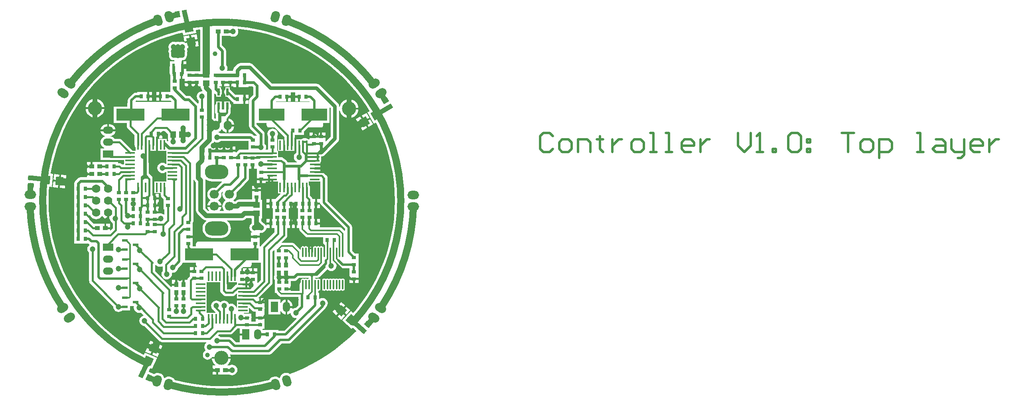
<source format=gtl>
%FSLAX24Y24*%
%MOIN*%
G70*
G01*
G75*
G04 Layer_Physical_Order=1*
G04 Layer_Color=255*
%ADD10C,0.0591*%
%ADD11C,0.0472*%
%ADD12R,0.0394X0.0354*%
%ADD13R,0.0236X0.0512*%
%ADD14R,0.0276X0.0354*%
%ADD15R,0.0354X0.0276*%
%ADD16R,0.0551X0.0472*%
%ADD17R,0.0197X0.0591*%
%ADD18R,0.0512X0.0236*%
%ADD19R,0.0354X0.0394*%
%ADD20R,0.0787X0.0177*%
%ADD21R,0.0177X0.0787*%
%ADD22R,0.2362X0.0984*%
%ADD23O,0.0138X0.0827*%
%ADD24R,0.2165X0.0984*%
%ADD25R,0.0472X0.0551*%
G04:AMPARAMS|DCode=26|XSize=70.9mil|YSize=63mil|CornerRadius=0mil|HoleSize=0mil|Usage=FLASHONLY|Rotation=336.000|XOffset=0mil|YOffset=0mil|HoleType=Round|Shape=Rectangle|*
%AMROTATEDRECTD26*
4,1,4,-0.0452,-0.0144,-0.0196,0.0432,0.0452,0.0144,0.0196,-0.0432,-0.0452,-0.0144,0.0*
%
%ADD26ROTATEDRECTD26*%

G04:AMPARAMS|DCode=27|XSize=70.9mil|YSize=63mil|CornerRadius=0mil|HoleSize=0mil|Usage=FLASHONLY|Rotation=120.000|XOffset=0mil|YOffset=0mil|HoleType=Round|Shape=Rectangle|*
%AMROTATEDRECTD27*
4,1,4,0.0450,-0.0149,-0.0096,-0.0464,-0.0450,0.0149,0.0096,0.0464,0.0450,-0.0149,0.0*
%
%ADD27ROTATEDRECTD27*%

G04:AMPARAMS|DCode=28|XSize=51.2mil|YSize=39.4mil|CornerRadius=0mil|HoleSize=0mil|Usage=FLASHONLY|Rotation=31.000|XOffset=0mil|YOffset=0mil|HoleType=Round|Shape=Rectangle|*
%AMROTATEDRECTD28*
4,1,4,-0.0118,-0.0301,-0.0321,0.0037,0.0118,0.0301,0.0321,-0.0037,-0.0118,-0.0301,0.0*
%
%ADD28ROTATEDRECTD28*%

G04:AMPARAMS|DCode=29|XSize=51.2mil|YSize=39.4mil|CornerRadius=0mil|HoleSize=0mil|Usage=FLASHONLY|Rotation=319.000|XOffset=0mil|YOffset=0mil|HoleType=Round|Shape=Rectangle|*
%AMROTATEDRECTD29*
4,1,4,-0.0322,0.0019,-0.0064,0.0316,0.0322,-0.0019,0.0064,-0.0316,-0.0322,0.0019,0.0*
%
%ADD29ROTATEDRECTD29*%

G04:AMPARAMS|DCode=30|XSize=51.2mil|YSize=39.4mil|CornerRadius=0mil|HoleSize=0mil|Usage=FLASHONLY|Rotation=101.000|XOffset=0mil|YOffset=0mil|HoleType=Round|Shape=Rectangle|*
%AMROTATEDRECTD30*
4,1,4,0.0242,-0.0214,-0.0144,-0.0289,-0.0242,0.0214,0.0144,0.0289,0.0242,-0.0214,0.0*
%
%ADD30ROTATEDRECTD30*%

G04:AMPARAMS|DCode=31|XSize=70.9mil|YSize=63mil|CornerRadius=0mil|HoleSize=0mil|Usage=FLASHONLY|Rotation=190.000|XOffset=0mil|YOffset=0mil|HoleType=Round|Shape=Rectangle|*
%AMROTATEDRECTD31*
4,1,4,0.0294,0.0372,0.0404,-0.0249,-0.0294,-0.0372,-0.0404,0.0249,0.0294,0.0372,0.0*
%
%ADD31ROTATEDRECTD31*%

G04:AMPARAMS|DCode=32|XSize=70.9mil|YSize=63mil|CornerRadius=0mil|HoleSize=0mil|Usage=FLASHONLY|Rotation=48.000|XOffset=0mil|YOffset=0mil|HoleType=Round|Shape=Rectangle|*
%AMROTATEDRECTD32*
4,1,4,-0.0003,-0.0474,-0.0471,-0.0053,0.0003,0.0474,0.0471,0.0053,-0.0003,-0.0474,0.0*
%
%ADD32ROTATEDRECTD32*%

G04:AMPARAMS|DCode=33|XSize=51.2mil|YSize=39.4mil|CornerRadius=0mil|HoleSize=0mil|Usage=FLASHONLY|Rotation=246.000|XOffset=0mil|YOffset=0mil|HoleType=Round|Shape=Rectangle|*
%AMROTATEDRECTD33*
4,1,4,-0.0076,0.0314,0.0284,0.0154,0.0076,-0.0314,-0.0284,-0.0154,-0.0076,0.0314,0.0*
%
%ADD33ROTATEDRECTD33*%

G04:AMPARAMS|DCode=34|XSize=70.9mil|YSize=63mil|CornerRadius=0mil|HoleSize=0mil|Usage=FLASHONLY|Rotation=264.000|XOffset=0mil|YOffset=0mil|HoleType=Round|Shape=Rectangle|*
%AMROTATEDRECTD34*
4,1,4,-0.0276,0.0385,0.0350,0.0319,0.0276,-0.0385,-0.0350,-0.0319,-0.0276,0.0385,0.0*
%
%ADD34ROTATEDRECTD34*%

G04:AMPARAMS|DCode=35|XSize=51.2mil|YSize=39.4mil|CornerRadius=0mil|HoleSize=0mil|Usage=FLASHONLY|Rotation=176.000|XOffset=0mil|YOffset=0mil|HoleType=Round|Shape=Rectangle|*
%AMROTATEDRECTD35*
4,1,4,0.0269,0.0179,0.0242,-0.0214,-0.0269,-0.0179,-0.0242,0.0214,0.0269,0.0179,0.0*
%
%ADD35ROTATEDRECTD35*%

%ADD36C,0.0197*%
%ADD37C,0.0177*%
%ADD38C,0.0138*%
%ADD39C,0.0118*%
%ADD40C,0.0236*%
%ADD41C,0.0394*%
%ADD42C,0.0315*%
%ADD43C,0.0276*%
%ADD44O,0.0669X0.0787*%
%ADD45O,0.0787X0.0709*%
%ADD46O,0.1969X0.1181*%
%ADD47O,0.0591X0.0866*%
%ADD48R,0.0591X0.0866*%
%ADD49C,0.0700*%
%ADD50O,0.0866X0.0591*%
%ADD51R,0.0866X0.0591*%
%ADD52C,0.1181*%
%ADD53C,0.0394*%
G04:AMPARAMS|DCode=54|XSize=70.9mil|YSize=98.4mil|CornerRadius=0mil|HoleSize=0mil|Usage=FLASHONLY|Rotation=54.000|XOffset=0mil|YOffset=0mil|HoleType=Round|Shape=Round|*
%AMOVALD54*
21,1,0.0276,0.0709,0.0000,0.0000,144.0*
1,1,0.0709,0.0111,-0.0081*
1,1,0.0709,-0.0111,0.0081*
%
%ADD54OVALD54*%

G04:AMPARAMS|DCode=55|XSize=70.9mil|YSize=98.4mil|CornerRadius=0mil|HoleSize=0mil|Usage=FLASHONLY|Rotation=126.000|XOffset=0mil|YOffset=0mil|HoleType=Round|Shape=Round|*
%AMOVALD55*
21,1,0.0276,0.0709,0.0000,0.0000,216.0*
1,1,0.0709,0.0111,0.0081*
1,1,0.0709,-0.0111,-0.0081*
%
%ADD55OVALD55*%

G04:AMPARAMS|DCode=56|XSize=70.9mil|YSize=98.4mil|CornerRadius=0mil|HoleSize=0mil|Usage=FLASHONLY|Rotation=198.000|XOffset=0mil|YOffset=0mil|HoleType=Round|Shape=Round|*
%AMOVALD56*
21,1,0.0276,0.0709,0.0000,0.0000,288.0*
1,1,0.0709,-0.0043,0.0131*
1,1,0.0709,0.0043,-0.0131*
%
%ADD56OVALD56*%

%ADD57O,0.0984X0.0709*%
G04:AMPARAMS|DCode=58|XSize=70.9mil|YSize=98.4mil|CornerRadius=0mil|HoleSize=0mil|Usage=FLASHONLY|Rotation=342.000|XOffset=0mil|YOffset=0mil|HoleType=Round|Shape=Round|*
%AMOVALD58*
21,1,0.0276,0.0709,0.0000,0.0000,72.0*
1,1,0.0709,-0.0043,-0.0131*
1,1,0.0709,0.0043,0.0131*
%
%ADD58OVALD58*%

%ADD59C,0.0472*%
G36*
X2226Y4761D02*
Y4275D01*
X1546D01*
X1546Y4275D01*
X1472Y4265D01*
X1403Y4237D01*
X1343Y4191D01*
X1343Y4191D01*
X1196Y4044D01*
X1150Y4063D01*
Y4117D01*
X775D01*
Y4195D01*
X697D01*
Y4530D01*
X402D01*
Y4525D01*
X254D01*
Y4190D01*
X97D01*
Y4525D01*
X-346D01*
Y4190D01*
X-503D01*
Y4525D01*
X-655D01*
Y4574D01*
X-901D01*
X-921Y4620D01*
X-743Y4798D01*
X-680Y4880D01*
X-661Y4924D01*
X-613Y4937D01*
X-612Y4937D01*
X-507Y4893D01*
X-394Y4878D01*
X-281Y4893D01*
X-175Y4937D01*
X-96Y4997D01*
X2226D01*
Y4761D01*
D02*
G37*
G36*
X-4487Y5576D02*
Y5078D01*
X-4487D01*
X-4472Y5063D01*
D01*
X-4472Y5063D01*
X-4479Y5008D01*
X-4525Y4989D01*
X-4571Y5024D01*
X-4602Y5036D01*
X-4611Y5040D01*
Y5164D01*
X-5349D01*
Y4672D01*
Y4180D01*
X-4629D01*
X-4625Y4175D01*
X-4620Y4172D01*
Y3815D01*
Y3500D01*
Y3185D01*
Y3100D01*
X-4665Y3077D01*
X-4732Y3128D01*
X-4837Y3172D01*
X-4950Y3187D01*
X-5063Y3172D01*
X-5168Y3128D01*
X-5259Y3059D01*
X-5328Y2968D01*
X-5372Y2863D01*
X-5387Y2750D01*
X-5372Y2637D01*
X-5328Y2532D01*
X-5259Y2441D01*
X-5168Y2372D01*
X-5063Y2328D01*
X-4950Y2313D01*
X-4837Y2328D01*
X-4732Y2372D01*
X-4665Y2423D01*
X-4620Y2400D01*
Y2241D01*
Y1926D01*
Y1620D01*
X-5664D01*
Y1128D01*
Y636D01*
X-5086D01*
Y493D01*
X-5086Y493D01*
X-5076Y418D01*
X-5047Y349D01*
X-5001Y289D01*
X-4874Y162D01*
Y-139D01*
Y-730D01*
X-4788D01*
Y-1132D01*
X-4833Y-1154D01*
X-4882Y-1117D01*
X-4987Y-1073D01*
X-5022Y-1069D01*
X-5025Y-1067D01*
X-5100Y-1057D01*
X-5175Y-1067D01*
X-5178Y-1069D01*
X-5188Y-1070D01*
X-5226Y-1037D01*
Y-1029D01*
X-5600D01*
Y-871D01*
X-5226D01*
Y-615D01*
X-5270D01*
Y-474D01*
X-5605D01*
Y-317D01*
X-5270D01*
Y-169D01*
X-5270D01*
Y126D01*
X-5605D01*
Y205D01*
X-5683D01*
Y579D01*
X-5770D01*
Y636D01*
X-5770D01*
Y1079D01*
X-5763Y1128D01*
X-5762Y1136D01*
Y1620D01*
X-5762D01*
Y1800D01*
X-5762Y1800D01*
X-5762Y1800D01*
Y1828D01*
X-5772Y1902D01*
X-5801Y1972D01*
X-5846Y2031D01*
X-5846Y2031D01*
X-6085Y2269D01*
Y3900D01*
X-6085Y3900D01*
X-6085Y3900D01*
Y4180D01*
X-6085D01*
Y4672D01*
Y4672D01*
X-6030D01*
Y4672D01*
X-6021Y4597D01*
X-5992Y4528D01*
X-5979Y4511D01*
Y4180D01*
X-5506D01*
Y4511D01*
X-5493Y4528D01*
X-5464Y4597D01*
X-5455Y4672D01*
Y5164D01*
X-5455D01*
Y5226D01*
X-5383D01*
Y5600D01*
X-5305D01*
Y5679D01*
X-4970D01*
Y5812D01*
X-4724D01*
X-4487Y5576D01*
D02*
G37*
G36*
X4408Y-4148D02*
Y-4537D01*
Y-4985D01*
X4408D01*
Y-5772D01*
Y-6247D01*
X4378Y-6320D01*
X4363Y-6433D01*
X4378Y-6546D01*
X4422Y-6651D01*
X4426Y-6657D01*
Y-7139D01*
Y-7730D01*
X4559D01*
X4600Y-7783D01*
X4801Y-7984D01*
X4854Y-8025D01*
X4877Y-8035D01*
X4916Y-8051D01*
X4983Y-8060D01*
X6402D01*
Y-8777D01*
X6214Y-8965D01*
X6200Y-8963D01*
X6087Y-8978D01*
X5982Y-9022D01*
X5951Y-9045D01*
X5916Y-9040D01*
X5896Y-9031D01*
Y-8979D01*
X5479D01*
Y-9524D01*
X5528Y-9517D01*
X5648Y-9468D01*
X5721Y-9412D01*
X5767Y-9431D01*
X5778Y-9513D01*
X5822Y-9618D01*
X5891Y-9709D01*
X5982Y-9778D01*
X6087Y-9822D01*
X6200Y-9837D01*
X6229Y-9833D01*
X6251Y-9878D01*
X5227Y-10902D01*
X4730D01*
Y-10826D01*
X3470D01*
Y-10826D01*
X3435D01*
X3430Y-10814D01*
X3400Y-10775D01*
X3422Y-10730D01*
X3574D01*
Y-10139D01*
Y-9883D01*
X2826D01*
Y-10107D01*
X2474D01*
Y-9834D01*
X2478Y-9825D01*
X2488Y-9750D01*
X2478Y-9675D01*
X2474Y-9666D01*
Y-9470D01*
X2261D01*
X2200Y-9462D01*
X2139Y-9470D01*
X1892D01*
X1833Y-9425D01*
X1840Y-9389D01*
X2264D01*
Y-9074D01*
Y-8986D01*
X2310Y-8967D01*
X2542Y-9199D01*
X2601Y-9245D01*
X2671Y-9273D01*
X2679Y-9275D01*
X2745Y-9283D01*
X2745Y-9283D01*
X2826D01*
Y-9430D01*
D01*
D01*
X2826Y-9430D01*
X2826Y-9470D01*
X2826D01*
Y-9726D01*
X3574D01*
Y-9470D01*
D01*
Y-9470D01*
X3574Y-9470D01*
X3574Y-9430D01*
X3574D01*
Y-9080D01*
X3578Y-9070D01*
X3588Y-8995D01*
X3578Y-8921D01*
X3574Y-8911D01*
Y-8839D01*
Y-8583D01*
X3200D01*
Y-8505D01*
X3121D01*
Y-8170D01*
X3102D01*
X3083Y-8124D01*
X4154Y-7054D01*
X4154Y-7054D01*
X4199Y-6994D01*
X4228Y-6925D01*
X4229Y-6916D01*
X4238Y-6850D01*
X4238Y-6850D01*
Y-4253D01*
X4362Y-4129D01*
X4408Y-4148D01*
D02*
G37*
G36*
X9091Y7765D02*
Y5345D01*
X8714Y4968D01*
X8668Y4987D01*
Y5044D01*
Y5300D01*
X8294D01*
Y5379D01*
X8215D01*
Y5713D01*
X7773D01*
Y5379D01*
X7694D01*
Y5300D01*
X7320D01*
Y5149D01*
X7276D01*
Y5149D01*
X7229D01*
X7170Y5194D01*
X7101Y5223D01*
X7026Y5233D01*
X6830D01*
X6830Y5233D01*
X6755Y5223D01*
X6686Y5194D01*
X6626Y5149D01*
X6222D01*
Y4818D01*
X6209Y4801D01*
X6181Y4731D01*
X6171Y4657D01*
Y4657D01*
Y4165D01*
X6171D01*
Y3984D01*
X6150Y3968D01*
X6080Y3877D01*
X6037Y3772D01*
X6022Y3659D01*
X6037Y3546D01*
X6080Y3440D01*
X6150Y3350D01*
X6240Y3280D01*
X6273Y3267D01*
X6263Y3218D01*
X5504D01*
X5484Y3266D01*
X5475Y3288D01*
X5453Y3317D01*
X5425Y3354D01*
X5381Y3398D01*
X5315Y3448D01*
X5269Y3467D01*
X5176Y3561D01*
X5116Y3607D01*
X5047Y3636D01*
X4972Y3645D01*
X4972Y3645D01*
X4707D01*
Y3800D01*
Y4165D01*
X5120D01*
Y4657D01*
Y5149D01*
X4697D01*
Y4174D01*
X4624D01*
Y4761D01*
Y5376D01*
X4628Y5382D01*
X4672Y5487D01*
X4687Y5600D01*
X4672Y5713D01*
X4628Y5818D01*
X4559Y5909D01*
X4468Y5978D01*
X4363Y6022D01*
X4250Y6037D01*
X4137Y6022D01*
X4032Y5978D01*
X3941Y5909D01*
X3872Y5818D01*
X3828Y5713D01*
X3813Y5600D01*
X3828Y5487D01*
X3872Y5382D01*
X3876Y5376D01*
Y4761D01*
Y4275D01*
X3693D01*
X3666Y4317D01*
X3690Y4375D01*
X3705Y4488D01*
X3690Y4601D01*
X3646Y4707D01*
X3585Y4786D01*
Y5591D01*
X3575Y5673D01*
X3543Y5749D01*
X3492Y5815D01*
X2916Y6391D01*
Y6511D01*
X3751D01*
Y6341D01*
X3766Y6264D01*
X3809Y6199D01*
X3875Y6155D01*
X3951Y6140D01*
X4440D01*
X5226Y5354D01*
Y5149D01*
X5226D01*
Y4657D01*
X5226Y4657D01*
X5236Y4582D01*
X5264Y4513D01*
X5278Y4496D01*
Y4165D01*
X6065D01*
Y4496D01*
X6078Y4513D01*
X6107Y4582D01*
X6117Y4657D01*
X6117Y4657D01*
Y4657D01*
Y5149D01*
X6117D01*
Y5501D01*
X6864D01*
Y5802D01*
X7202Y6140D01*
X8282D01*
X8359Y6155D01*
X8424Y6199D01*
X8467Y6264D01*
X8483Y6341D01*
Y6511D01*
X9001D01*
Y7790D01*
X9047Y7809D01*
X9091Y7765D01*
D02*
G37*
G36*
X-130Y-7507D02*
X-130Y-7507D01*
X-122Y-7573D01*
X-121Y-7582D01*
X-92Y-7651D01*
X-46Y-7711D01*
X-46Y-7711D01*
X-46Y-7711D01*
Y-7711D01*
X146Y-7904D01*
X146Y-7904D01*
X206Y-7949D01*
X275Y-7978D01*
X350Y-7988D01*
X900D01*
X900Y-7988D01*
X966Y-7979D01*
X975Y-7978D01*
X1044Y-7949D01*
X1104Y-7904D01*
X1233Y-7774D01*
X1280Y-7793D01*
Y-7815D01*
Y-8130D01*
Y-8179D01*
X1611D01*
X1628Y-8192D01*
X1697Y-8221D01*
X1772Y-8230D01*
X1772D01*
Y-8285D01*
X1772D01*
X1697Y-8294D01*
X1628Y-8323D01*
X1611Y-8336D01*
X1280D01*
Y-8444D01*
Y-8759D01*
Y-8992D01*
X1230Y-8996D01*
X1222Y-8937D01*
X1178Y-8832D01*
X1109Y-8741D01*
X1018Y-8672D01*
X913Y-8628D01*
X800Y-8613D01*
X687Y-8628D01*
X643Y-8646D01*
X597Y-8627D01*
X578Y-8582D01*
X509Y-8491D01*
X418Y-8422D01*
X313Y-8378D01*
X200Y-8363D01*
X87Y-8378D01*
X-18Y-8422D01*
X-109Y-8491D01*
X-141D01*
X-232Y-8422D01*
X-337Y-8378D01*
X-450Y-8363D01*
X-563Y-8378D01*
X-668Y-8422D01*
X-759Y-8491D01*
X-828Y-8582D01*
X-872Y-8687D01*
X-887Y-8800D01*
X-872Y-8913D01*
X-828Y-9018D01*
X-759Y-9109D01*
X-680Y-9170D01*
X-654Y-9204D01*
X-654Y-9204D01*
X-654Y-9204D01*
X-654Y-9204D01*
Y-9204D01*
X-524Y-9333D01*
X-543Y-9380D01*
X-1280D01*
Y-9074D01*
Y-8759D01*
Y-8444D01*
Y-8130D01*
Y-7815D01*
Y-7500D01*
Y-7185D01*
Y-6820D01*
X-130D01*
Y-7507D01*
D02*
G37*
G36*
X499Y-6328D02*
X509Y-6403D01*
X538Y-6472D01*
X551Y-6489D01*
Y-6820D01*
X1280D01*
Y-7026D01*
X1250Y-7030D01*
X1213Y-7035D01*
X1143Y-7063D01*
X1084Y-7109D01*
X1084Y-7109D01*
X781Y-7412D01*
X469D01*
X445Y-7388D01*
Y-6820D01*
X445D01*
Y-6328D01*
Y-6328D01*
X499D01*
Y-6328D01*
D02*
G37*
G36*
X7275Y-6520D02*
X7222Y-6531D01*
X7167Y-6568D01*
X7152D01*
X7097Y-6531D01*
X7031Y-6518D01*
X6966Y-6531D01*
X6911Y-6568D01*
X6896D01*
X6841Y-6531D01*
X6776Y-6518D01*
X6710Y-6531D01*
X6655Y-6568D01*
X6618Y-6623D01*
X6605Y-6688D01*
Y-6841D01*
X6593Y-6850D01*
X6552Y-6904D01*
X6526Y-6966D01*
X6517Y-7033D01*
Y-7543D01*
X5774D01*
Y-7474D01*
X5400D01*
Y-7317D01*
X5774D01*
Y-7139D01*
Y-6720D01*
X6047D01*
X6129Y-6710D01*
X6206Y-6678D01*
X6272Y-6627D01*
X6272Y-6627D01*
X6272Y-6627D01*
X6432Y-6468D01*
X7275D01*
Y-6520D01*
D02*
G37*
G36*
X-2155Y-5352D02*
X-2140Y-5429D01*
X-2096Y-5494D01*
X-2054Y-5522D01*
X-2069Y-5570D01*
X-2221D01*
Y-5905D01*
X-2300D01*
Y-5983D01*
X-2674D01*
Y-6239D01*
Y-6317D01*
X-2804Y-6446D01*
X-2849Y-6506D01*
X-2878Y-6575D01*
X-2879Y-6584D01*
X-2886Y-6637D01*
X-3121D01*
Y-7031D01*
X-3279D01*
Y-6637D01*
X-3721D01*
Y-7031D01*
X-3800D01*
Y-7109D01*
X-4174D01*
Y-7204D01*
X-4220Y-7223D01*
X-5562Y-5881D01*
Y-5389D01*
X-5521Y-5361D01*
X-5484Y-5376D01*
X-5459Y-5409D01*
X-5368Y-5478D01*
X-5263Y-5522D01*
X-5150Y-5537D01*
X-5037Y-5522D01*
X-4979Y-5498D01*
X-4938Y-5526D01*
Y-5879D01*
X-4978Y-5932D01*
X-5022Y-6037D01*
X-5037Y-6150D01*
X-5022Y-6263D01*
X-4978Y-6368D01*
X-4909Y-6459D01*
X-4818Y-6528D01*
X-4713Y-6572D01*
X-4600Y-6587D01*
X-4487Y-6572D01*
X-4382Y-6528D01*
X-4291Y-6459D01*
X-4222Y-6368D01*
X-4178Y-6263D01*
X-4163Y-6150D01*
X-4174Y-6067D01*
X-4139Y-6032D01*
X-4100Y-6037D01*
X-3987Y-6022D01*
X-3882Y-5978D01*
X-3791Y-5909D01*
X-3722Y-5818D01*
X-3678Y-5713D01*
X-3668Y-5640D01*
X-3339Y-5311D01*
X-3339Y-5311D01*
X-3292Y-5249D01*
X-3267Y-5189D01*
X-2155D01*
Y-5352D01*
D02*
G37*
G36*
X3262Y-6631D02*
X3020Y-6873D01*
X2974Y-6854D01*
Y-6339D01*
Y-6083D01*
X2226D01*
Y-6135D01*
X2188Y-6168D01*
X2150Y-6163D01*
X2112Y-6168D01*
X2074Y-6135D01*
Y-6083D01*
X1700D01*
Y-6005D01*
X1621D01*
Y-5700D01*
X1651Y-5670D01*
X1716D01*
X1697Y-5624D01*
X1768Y-5553D01*
X2298D01*
X2375Y-5538D01*
X2440Y-5494D01*
X2483Y-5429D01*
X2498Y-5352D01*
Y-5189D01*
X3262D01*
Y-6631D01*
D02*
G37*
G36*
X2654Y2670D02*
X2926D01*
Y2061D01*
Y1883D01*
X3300D01*
Y1805D01*
X3379D01*
Y1470D01*
X3674D01*
Y1596D01*
X3722D01*
Y1596D01*
X4136D01*
Y1783D01*
X4293D01*
Y1596D01*
X4697D01*
Y621D01*
X4899D01*
X4918Y575D01*
X4479Y136D01*
X4167D01*
Y-238D01*
Y-612D01*
X4276D01*
Y-1139D01*
Y-1526D01*
X4167D01*
Y-1900D01*
Y-2274D01*
X4412D01*
Y-2300D01*
Y-2628D01*
X3346Y-3694D01*
X3301Y-3754D01*
X3277Y-3811D01*
X3268D01*
Y-3811D01*
X3174D01*
Y-3339D01*
Y-3083D01*
X2426D01*
Y-3339D01*
Y-3416D01*
X2382Y-3439D01*
X2375Y-3435D01*
X2298Y-3419D01*
X-1954D01*
X-2031Y-3435D01*
X-2096Y-3478D01*
X-2140Y-3543D01*
X-2155Y-3620D01*
Y-3811D01*
X-2426D01*
Y-3339D01*
Y-3083D01*
X-2800D01*
Y-2926D01*
X-2426D01*
Y-2730D01*
Y-2139D01*
Y-1832D01*
X-2411Y-1813D01*
X-2401Y-1799D01*
X-2372Y-1729D01*
X-2362Y-1655D01*
X-2362Y-1655D01*
Y1500D01*
Y1738D01*
X-2313Y1748D01*
X-2294Y1701D01*
X-2231Y1619D01*
X-2147Y1536D01*
Y-800D01*
X-2147Y-800D01*
X-2147D01*
X-2134Y-903D01*
X-2094Y-999D01*
X-2031Y-1081D01*
X-1581Y-1531D01*
X-1499Y-1594D01*
X-1403Y-1634D01*
X-1301Y-1647D01*
X-1300Y-1649D01*
X-1300Y-1706D01*
X-1376Y-1768D01*
X-1475Y-1888D01*
X-1548Y-2025D01*
X-1593Y-2174D01*
X-1608Y-2328D01*
X-1593Y-2482D01*
X-1548Y-2631D01*
X-1475Y-2768D01*
X-1376Y-2887D01*
X-1257Y-2986D01*
X-1120Y-3059D01*
X-971Y-3104D01*
X-817Y-3119D01*
X-30D01*
X125Y-3104D01*
X273Y-3059D01*
X410Y-2986D01*
X530Y-2887D01*
X628Y-2768D01*
X701Y-2631D01*
X746Y-2482D01*
X762Y-2328D01*
X746Y-2174D01*
X701Y-2025D01*
X628Y-1888D01*
X530Y-1768D01*
X410Y-1670D01*
X416Y-1647D01*
X1700D01*
X1803Y-1634D01*
X1899Y-1594D01*
X1981Y-1531D01*
X2060Y-1451D01*
X2428D01*
Y-1487D01*
X2503D01*
Y-1700D01*
X2503Y-1700D01*
Y-1850D01*
X2503Y-1850D01*
Y-1894D01*
X2441Y-1941D01*
X2372Y-2032D01*
X2328Y-2137D01*
X2313Y-2250D01*
X2328Y-2363D01*
X2372Y-2468D01*
X2441Y-2559D01*
X2524Y-2623D01*
X2508Y-2670D01*
X2426D01*
Y-2926D01*
X3174D01*
Y-2708D01*
X3212Y-2675D01*
X3300Y-2687D01*
X3413Y-2672D01*
X3518Y-2628D01*
X3609Y-2559D01*
X3678Y-2468D01*
X3722Y-2363D01*
X3734Y-2274D01*
X3753D01*
Y-2274D01*
X4009D01*
Y-1979D01*
X3753D01*
Y-2084D01*
X3704Y-2094D01*
X3678Y-2032D01*
X3609Y-1941D01*
X3518Y-1872D01*
X3458Y-1847D01*
X3297Y-1686D01*
Y-1487D01*
X3372D01*
Y-779D01*
Y87D01*
X3274D01*
Y561D01*
Y817D01*
X2526D01*
Y561D01*
Y97D01*
X1450D01*
X1347Y84D01*
X1251Y44D01*
X1169Y-19D01*
X1136Y-53D01*
X1071D01*
X961Y31D01*
Y53D01*
X1076Y141D01*
X1165Y256D01*
X1220Y390D01*
X1239Y534D01*
X1220Y678D01*
X1217Y686D01*
X1811Y1280D01*
X1842Y1321D01*
X1911Y1389D01*
X2186Y1665D01*
X2186Y1665D01*
X2234Y1727D01*
X2263Y1799D01*
X2273Y1876D01*
X2273Y1876D01*
Y2670D01*
X2497D01*
Y3005D01*
X2654D01*
Y2670D01*
D02*
G37*
G36*
X8245Y136D02*
X8213D01*
Y136D01*
X7957D01*
Y-159D01*
X8213D01*
Y-260D01*
X8262Y-250D01*
X8277Y-285D01*
X8285Y-306D01*
X8333Y-368D01*
X10293Y-2328D01*
Y-2486D01*
X10247Y-2505D01*
X10032Y-2291D01*
X9977Y-2248D01*
X9944Y-2235D01*
X9912Y-2221D01*
X9843Y-2212D01*
X8213D01*
Y-1979D01*
X7878D01*
Y-1900D01*
X7800D01*
Y-1526D01*
X7715D01*
Y-1139D01*
Y-612D01*
X7800D01*
Y-238D01*
Y136D01*
X7573D01*
X7566Y187D01*
X7537Y256D01*
X7491Y316D01*
X7491Y316D01*
X7376Y431D01*
Y1113D01*
X7367Y1188D01*
X7338Y1257D01*
X7292Y1317D01*
X7276Y1330D01*
Y1596D01*
X8245D01*
Y136D01*
D02*
G37*
G36*
X-9421Y-1541D02*
X-9357Y-1533D01*
X-9330Y-1548D01*
X-9322Y-1613D01*
X-9278Y-1718D01*
X-9209Y-1809D01*
X-9138Y-1863D01*
Y-2331D01*
X-9291Y-2484D01*
X-9337Y-2465D01*
Y-2379D01*
X-9731D01*
Y-2300D01*
X-9809D01*
Y-1926D01*
X-10717D01*
X-11046Y-1596D01*
X-11070Y-1578D01*
Y-1474D01*
Y-1181D01*
X-11021Y-1171D01*
X-10978Y-1276D01*
X-10890Y-1390D01*
X-10776Y-1478D01*
X-10643Y-1533D01*
X-10500Y-1552D01*
X-10357Y-1533D01*
X-10224Y-1478D01*
X-10110Y-1390D01*
X-10025Y-1279D01*
X-9975D01*
X-9890Y-1390D01*
X-9776Y-1478D01*
X-9643Y-1533D01*
X-9579Y-1541D01*
Y-1000D01*
X-9421D01*
Y-1541D01*
D02*
G37*
G36*
X-3283Y10225D02*
X-3083D01*
Y10175D01*
Y9998D01*
X-2709D01*
Y9919D01*
X-2631D01*
Y9584D01*
X-2483D01*
Y9584D01*
X-2188D01*
Y9919D01*
X-2031D01*
Y9584D01*
X-1772D01*
Y9413D01*
X-1692D01*
X-1684Y9347D01*
X-1644Y9251D01*
X-1619Y9219D01*
X-1644Y9176D01*
X-1654Y9177D01*
X-1767Y9162D01*
X-1872Y9118D01*
X-1962Y9049D01*
X-2032Y8959D01*
X-2075Y8853D01*
X-2090Y8740D01*
X-2075Y8627D01*
X-2032Y8522D01*
X-1962Y8431D01*
X-1941Y8415D01*
Y8165D01*
X-1988Y8146D01*
X-2531Y8689D01*
X-2597Y8740D01*
X-2674Y8771D01*
X-2756Y8782D01*
X-2979D01*
X-3543Y9347D01*
Y9694D01*
Y10225D01*
X-3440D01*
Y10599D01*
X-3283D01*
Y10225D01*
D02*
G37*
G36*
X6120Y9074D02*
X6120D01*
Y8779D01*
X6455D01*
Y8700D01*
X6533D01*
Y8326D01*
X7322D01*
X7349Y8284D01*
X7345Y8274D01*
X4542D01*
X4523Y8320D01*
X4529Y8326D01*
X5367D01*
Y8700D01*
X5445D01*
Y8779D01*
X5780D01*
Y9074D01*
D01*
Y9074D01*
X5797Y9091D01*
X6120D01*
Y9074D01*
D02*
G37*
G36*
X788Y9593D02*
X970D01*
Y9526D01*
X1226D01*
Y9900D01*
X1383D01*
Y9526D01*
X2230D01*
Y9582D01*
X2567D01*
X2635Y9514D01*
Y8872D01*
X2374Y8610D01*
X2323Y8545D01*
X2292Y8468D01*
X2281Y8386D01*
Y6260D01*
X2281Y6260D01*
X2281D01*
X2292Y6178D01*
X2323Y6101D01*
X2374Y6035D01*
X2933Y5476D01*
X2914Y5430D01*
X2715D01*
X2644Y5500D01*
X2644Y5500D01*
X2605Y5540D01*
X2539Y5590D01*
X2463Y5622D01*
X2380Y5633D01*
X-96D01*
X-175Y5693D01*
X-281Y5737D01*
X-283Y5752D01*
X-224Y5777D01*
X-113Y5862D01*
X-28Y5973D01*
X-25Y5980D01*
X25D01*
X28Y5973D01*
X113Y5862D01*
X224Y5777D01*
X353Y5723D01*
X413Y5715D01*
Y6300D01*
Y6885D01*
X456Y6890D01*
X436Y6937D01*
X475Y6966D01*
X529Y7036D01*
X562Y7117D01*
X563Y7125D01*
X657Y7218D01*
X657Y7218D01*
X692Y7264D01*
X702Y7278D01*
X719Y7318D01*
X731Y7347D01*
X732Y7356D01*
X741Y7422D01*
X741Y7422D01*
Y7808D01*
X762Y7858D01*
X771Y7932D01*
X762Y8007D01*
X733Y8076D01*
X687Y8136D01*
X680Y8141D01*
Y8326D01*
X188D01*
Y8008D01*
X175Y7976D01*
X169Y7932D01*
X31D01*
Y8326D01*
X-461D01*
Y8137D01*
X-487Y8117D01*
X-533Y8057D01*
X-562Y7988D01*
X-572Y7913D01*
Y7449D01*
X-572Y7449D01*
X-563Y7383D01*
X-562Y7375D01*
X-533Y7305D01*
X-489Y7248D01*
X-495Y7205D01*
Y6895D01*
X-575Y6884D01*
X-621Y6930D01*
X-627Y6945D01*
Y8961D01*
X-580Y8980D01*
X-489Y8889D01*
X-461Y8867D01*
Y8720D01*
X-68D01*
Y8867D01*
X-40Y8889D01*
X11Y8955D01*
X42Y9031D01*
X53Y9113D01*
X42Y9196D01*
X11Y9272D01*
X-40Y9338D01*
X-68Y9366D01*
Y9507D01*
X-192D01*
Y9593D01*
X-117D01*
Y9593D01*
X31D01*
Y9928D01*
X188D01*
Y9593D01*
X631D01*
Y9928D01*
X788D01*
Y9593D01*
D02*
G37*
G36*
X1512Y14389D02*
X2263Y14290D01*
X3008Y14152D01*
X3745Y13975D01*
X4471Y13760D01*
X5185Y13507D01*
X5885Y13218D01*
X6569Y12891D01*
X7234Y12530D01*
X7880Y12134D01*
X8504Y11705D01*
X9105Y11244D01*
X9681Y10752D01*
X10231Y10231D01*
X10752Y9681D01*
X11244Y9105D01*
X11705Y8504D01*
X12134Y7880D01*
X12341Y7543D01*
X12328Y7495D01*
X12159Y7397D01*
X12710Y6442D01*
X12868Y6533D01*
X12915Y6519D01*
X13218Y5885D01*
X13507Y5185D01*
X13760Y4471D01*
X13975Y3745D01*
X14152Y3008D01*
X14290Y2263D01*
X14389Y1512D01*
X14449Y757D01*
X14468Y0D01*
X14449Y-757D01*
X14389Y-1512D01*
X14290Y-2263D01*
X14152Y-3008D01*
X13975Y-3745D01*
X13760Y-4471D01*
X13507Y-5185D01*
X13218Y-5885D01*
X12891Y-6569D01*
X12530Y-7234D01*
X12134Y-7880D01*
X11705Y-8504D01*
X11244Y-9105D01*
X11020Y-9368D01*
X10970Y-9371D01*
X10798Y-9217D01*
X10060Y-10036D01*
X10821Y-10721D01*
X10894Y-10640D01*
X10983Y-10652D01*
X11193Y-10838D01*
X11193Y-10838D01*
X11209Y-10851D01*
X11219Y-10860D01*
X11221Y-10910D01*
X11154Y-10980D01*
X10602Y-11506D01*
X10025Y-12004D01*
X9424Y-12473D01*
X8800Y-12912D01*
X8156Y-13320D01*
X7493Y-13695D01*
X6812Y-14038D01*
X6115Y-14347D01*
X5728Y-14496D01*
X5729Y-14501D01*
X5706Y-14511D01*
X5646Y-14469D01*
X5509Y-14421D01*
X5364Y-14410D01*
X5222Y-14436D01*
X5091Y-14499D01*
X4980Y-14593D01*
X4898Y-14712D01*
X4858Y-14827D01*
X4810Y-14842D01*
X4710Y-14774D01*
X4573Y-14725D01*
X4428Y-14714D01*
X4286Y-14740D01*
X4155Y-14803D01*
X4044Y-14897D01*
X3965Y-15013D01*
X3774Y-15066D01*
X3030Y-15233D01*
X2279Y-15363D01*
X1522Y-15456D01*
X762Y-15512D01*
X0Y-15531D01*
X-762Y-15512D01*
X-1522Y-15456D01*
X-2279Y-15363D01*
X-3030Y-15233D01*
X-3774Y-15066D01*
X-3925Y-15024D01*
X-3926Y-15021D01*
X-4008Y-14901D01*
X-4119Y-14807D01*
X-4250Y-14744D01*
X-4392Y-14718D01*
X-4537Y-14729D01*
X-4674Y-14778D01*
X-4774Y-14847D01*
X-4821Y-14831D01*
X-4862Y-14717D01*
X-4944Y-14597D01*
X-5055Y-14503D01*
X-5186Y-14440D01*
X-5328Y-14414D01*
X-5473Y-14425D01*
X-5610Y-14474D01*
X-5670Y-14515D01*
X-6095Y-14325D01*
X-6112Y-14278D01*
X-5996Y-14043D01*
X-5975Y-14035D01*
X-5972Y-14032D01*
X-5829Y-14095D01*
X-5412Y-13160D01*
X-6420Y-12712D01*
X-6497Y-12886D01*
X-6544Y-12903D01*
X-6569Y-12891D01*
X-7234Y-12530D01*
X-7880Y-12134D01*
X-8504Y-11705D01*
X-9105Y-11244D01*
X-9681Y-10752D01*
X-10231Y-10231D01*
X-10752Y-9681D01*
X-11244Y-9105D01*
X-11705Y-8504D01*
X-12134Y-7880D01*
X-12530Y-7234D01*
X-12891Y-6569D01*
X-13218Y-5885D01*
X-13507Y-5185D01*
X-13760Y-4471D01*
X-13975Y-3745D01*
X-14152Y-3008D01*
X-14290Y-2263D01*
X-14389Y-1512D01*
X-14449Y-757D01*
X-14468Y0D01*
X-14449Y757D01*
X-14419Y1136D01*
X-14380Y1168D01*
X-14197Y1149D01*
X-14082Y2245D01*
X-14253Y2263D01*
X-14283Y2303D01*
X-14152Y3008D01*
X-13975Y3745D01*
X-13760Y4471D01*
X-13507Y5185D01*
X-13218Y5885D01*
X-12891Y6569D01*
X-12530Y7234D01*
X-12134Y7880D01*
X-11705Y8504D01*
X-11244Y9105D01*
X-10752Y9681D01*
X-10231Y10231D01*
X-9681Y10752D01*
X-9105Y11244D01*
X-8504Y11705D01*
X-7880Y12134D01*
X-7234Y12530D01*
X-6569Y12891D01*
X-5885Y13218D01*
X-5185Y13507D01*
X-4471Y13760D01*
X-3745Y13975D01*
X-3290Y14085D01*
X-3248Y14057D01*
X-3210Y13843D01*
X-2125Y14034D01*
X-2166Y14267D01*
X-2136Y14307D01*
X-1834Y14347D01*
X-1796Y14314D01*
Y10844D01*
X-2335D01*
Y10844D01*
X-2968D01*
Y11159D01*
X-3283D01*
Y11237D01*
X-3361D01*
Y11690D01*
X-3342D01*
Y11710D01*
X-3342Y11726D01*
X-3342Y11726D01*
X-3342D01*
Y11768D01*
X-3307D01*
X-3204Y11782D01*
X-3109Y11821D01*
X-3026Y11885D01*
X-2963Y11967D01*
X-2924Y12063D01*
X-2910Y12165D01*
Y12347D01*
X-2885Y12407D01*
X-2870Y12520D01*
X-2885Y12633D01*
X-2912Y12697D01*
X-2885Y12761D01*
X-2882Y12781D01*
X-2554Y12839D01*
X-2629Y13266D01*
X-3017Y13197D01*
X-3089Y13252D01*
X-3108Y13260D01*
X-3117Y13311D01*
X-3155Y13280D01*
X-3194Y13296D01*
X-3307Y13311D01*
X-3420Y13296D01*
X-3484Y13269D01*
X-3548Y13296D01*
X-3661Y13311D01*
X-3774Y13296D01*
X-3839Y13269D01*
X-3903Y13296D01*
X-4016Y13311D01*
X-4129Y13296D01*
X-4234Y13252D01*
X-4325Y13183D01*
X-4394Y13092D01*
X-4438Y12987D01*
X-4453Y12874D01*
X-4438Y12761D01*
X-4411Y12697D01*
X-4438Y12633D01*
X-4453Y12520D01*
X-4438Y12407D01*
X-4413Y12347D01*
Y12165D01*
X-4413Y12165D01*
X-4413D01*
X-4399Y12063D01*
X-4360Y11967D01*
X-4297Y11885D01*
X-4214Y11821D01*
X-4119Y11782D01*
X-4016Y11768D01*
X-3972D01*
Y11726D01*
X-3972Y11726D01*
X-3972D01*
X-3972Y11710D01*
X-3991Y11690D01*
X-4346D01*
Y11258D01*
X-4348Y11237D01*
Y10678D01*
X-4338Y10596D01*
X-4306Y10519D01*
X-4287Y10494D01*
Y10364D01*
X-4291D01*
Y9694D01*
Y9124D01*
X-5067D01*
Y8750D01*
Y8376D01*
X-4247D01*
X-4191Y8320D01*
X-4210Y8274D01*
X-7190D01*
X-7209Y8320D01*
X-7126Y8403D01*
X-7080Y8384D01*
Y8376D01*
X-6233D01*
Y8750D01*
Y9124D01*
X-7080D01*
Y9048D01*
X-7200D01*
X-7277Y9038D01*
X-7319Y9020D01*
X-7349Y9008D01*
X-7376Y8987D01*
X-7411Y8961D01*
X-7411Y8961D01*
X-7761Y8611D01*
X-7808Y8549D01*
X-7838Y8477D01*
X-7848Y8400D01*
Y8209D01*
X-7888Y8150D01*
X-7903Y8073D01*
Y7889D01*
X-9018D01*
Y6511D01*
X-7928D01*
Y6240D01*
X-7928Y6240D01*
X-7919Y6174D01*
X-7918Y6165D01*
X-7889Y6096D01*
X-7843Y6036D01*
X-7290Y5483D01*
Y4672D01*
X-7280Y4597D01*
X-7252Y4528D01*
X-7206Y4468D01*
X-7189Y4455D01*
Y4189D01*
X-7455D01*
X-7468Y4206D01*
X-8366Y5104D01*
X-8425Y5149D01*
X-8495Y5178D01*
X-8569Y5188D01*
X-8569Y5188D01*
X-8963D01*
X-9011Y5251D01*
X-9114Y5330D01*
X-9234Y5379D01*
X-9362Y5396D01*
Y5404D01*
X-9234Y5421D01*
X-9114Y5470D01*
X-9011Y5549D01*
X-8932Y5652D01*
X-8883Y5772D01*
X-8876Y5821D01*
X-10124D01*
X-10117Y5772D01*
X-10068Y5652D01*
X-9989Y5549D01*
X-9886Y5470D01*
X-9777Y5425D01*
Y5375D01*
X-9886Y5330D01*
X-9989Y5251D01*
X-10068Y5148D01*
X-10117Y5028D01*
X-10134Y4900D01*
X-10117Y4772D01*
X-10068Y4652D01*
X-9989Y4549D01*
X-9886Y4470D01*
X-9816Y4441D01*
X-9826Y4392D01*
X-10130D01*
Y3408D01*
X-9351D01*
X-9287Y3400D01*
X-9287Y3400D01*
X-8164D01*
Y3185D01*
Y3030D01*
X-8323D01*
X-8370Y3078D01*
X-8430Y3123D01*
X-8500Y3152D01*
X-8574Y3162D01*
X-8574Y3162D01*
X-8670D01*
Y3248D01*
X-10791D01*
Y2874D01*
X-10869D01*
Y2795D01*
X-11263D01*
Y2500D01*
Y2323D01*
X-10869D01*
Y2165D01*
X-11263D01*
Y1968D01*
X-11800D01*
X-11882Y1957D01*
X-11959Y1925D01*
X-12025Y1875D01*
X-12225Y1675D01*
X-12275Y1609D01*
X-12307Y1532D01*
X-12318Y1450D01*
Y1374D01*
X-12330D01*
Y626D01*
Y-74D01*
Y-774D01*
X-12330D01*
Y-1474D01*
Y-2126D01*
X-12330D01*
Y-2874D01*
X-12330D01*
Y-3574D01*
X-11147D01*
X-11111Y-3611D01*
X-11057Y-3652D01*
Y-3678D01*
X-11071Y-3712D01*
X-11109Y-3741D01*
X-11178Y-3832D01*
X-11222Y-3937D01*
X-11237Y-4050D01*
X-11222Y-4163D01*
X-11178Y-4268D01*
X-11109Y-4359D01*
X-11088Y-4375D01*
Y-6703D01*
X-11088Y-6703D01*
X-11079Y-6769D01*
X-11078Y-6777D01*
X-11049Y-6847D01*
X-11004Y-6906D01*
X-11004Y-6906D01*
X-11004Y-6906D01*
Y-6906D01*
X-9062Y-8848D01*
X-9066Y-8874D01*
X-9051Y-8987D01*
X-9007Y-9092D01*
X-8938Y-9183D01*
X-8847Y-9252D01*
X-8742Y-9296D01*
X-8629Y-9311D01*
X-8516Y-9296D01*
X-8410Y-9252D01*
X-8328Y-9189D01*
X-7659D01*
Y-8815D01*
X-7639D01*
Y-8815D01*
X-7368D01*
X-7335Y-8853D01*
X-7347Y-8950D01*
X-7333Y-9063D01*
X-7289Y-9168D01*
X-7219Y-9259D01*
X-7129Y-9328D01*
X-7024Y-9372D01*
X-6911Y-9387D01*
X-6798Y-9372D01*
X-6753Y-9354D01*
X-6529Y-9578D01*
X-6545Y-9626D01*
X-6563Y-9628D01*
X-6668Y-9672D01*
X-6759Y-9741D01*
X-6828Y-9832D01*
X-6872Y-9937D01*
X-6887Y-10050D01*
X-6872Y-10163D01*
X-6828Y-10268D01*
X-6759Y-10359D01*
X-6668Y-10428D01*
X-6563Y-10472D01*
X-6473Y-10484D01*
X-5204Y-11754D01*
X-5204Y-11754D01*
X-5158Y-11789D01*
X-5144Y-11799D01*
X-5075Y-11828D01*
X-5000Y-11838D01*
X-5000Y-11838D01*
X-1283D01*
X-1267Y-11885D01*
X-1332Y-11935D01*
X-1402Y-12026D01*
X-1446Y-12131D01*
X-1460Y-12244D01*
X-1446Y-12357D01*
X-1402Y-12463D01*
X-1359Y-12518D01*
X-1372Y-12566D01*
X-1380Y-12569D01*
X-1462Y-12633D01*
X-1525Y-12715D01*
X-1565Y-12811D01*
X-1578Y-12913D01*
X-1565Y-13016D01*
X-1525Y-13112D01*
X-1462Y-13194D01*
X-1380Y-13257D01*
X-1284Y-13297D01*
X-1181Y-13310D01*
X-1078Y-13297D01*
X-983Y-13257D01*
X-900Y-13194D01*
X-876Y-13163D01*
X-828Y-13176D01*
X-831Y-13150D01*
X-824Y-13079D01*
X-820Y-13071D01*
X744D01*
X737Y-12995D01*
X708Y-12902D01*
X745Y-12868D01*
X789Y-12886D01*
X866Y-12896D01*
X866Y-12896D01*
X3937D01*
X4014Y-12886D01*
X4086Y-12856D01*
X4148Y-12809D01*
X5009Y-11948D01*
X5600D01*
X5677Y-11938D01*
X5749Y-11908D01*
X5811Y-11861D01*
X5811Y-11861D01*
X5811Y-11861D01*
X8636Y-9035D01*
X8683Y-8974D01*
X8709Y-8911D01*
X8734Y-8892D01*
X8803Y-8801D01*
X8847Y-8696D01*
X8862Y-8583D01*
X8847Y-8470D01*
X8803Y-8364D01*
X8734Y-8274D01*
X8644Y-8204D01*
X8538Y-8161D01*
X8425Y-8146D01*
X8312Y-8161D01*
X8207Y-8204D01*
X8175Y-8229D01*
X8130Y-8207D01*
Y-7726D01*
X8057D01*
Y-7547D01*
X8120Y-7535D01*
X8176Y-7498D01*
X8190D01*
X8232Y-7526D01*
Y-7033D01*
Y-6540D01*
X8190Y-6568D01*
X8176D01*
X8120Y-6531D01*
X8055Y-6518D01*
X7990Y-6531D01*
X7934Y-6568D01*
X7920D01*
X7865Y-6531D01*
X7811Y-6520D01*
Y-6468D01*
X7950D01*
X8032Y-6457D01*
X8109Y-6425D01*
X8175Y-6375D01*
X8775Y-5775D01*
X8789Y-5756D01*
X8839D01*
X8841Y-5759D01*
X8932Y-5828D01*
X9037Y-5872D01*
X9150Y-5887D01*
X9263Y-5872D01*
X9368Y-5828D01*
X9459Y-5759D01*
X9528Y-5668D01*
X9572Y-5563D01*
X9587Y-5450D01*
X9572Y-5337D01*
X9555Y-5295D01*
X9596Y-5267D01*
X9885Y-5556D01*
X9885Y-5556D01*
X9920Y-5583D01*
X9946Y-5603D01*
X9976Y-5616D01*
X10018Y-5633D01*
X10095Y-5643D01*
X10676D01*
Y-5680D01*
X10676D01*
Y-6289D01*
Y-6467D01*
X11424D01*
Y-6289D01*
Y-5620D01*
X11424D01*
Y-5089D01*
Y-4420D01*
X11137D01*
X10888Y-4172D01*
Y-2205D01*
X10878Y-2128D01*
X10861Y-2086D01*
X10848Y-2056D01*
X10801Y-1994D01*
X8841Y-34D01*
Y1890D01*
X8831Y1967D01*
X8801Y2039D01*
X8754Y2100D01*
X8694Y2147D01*
X8539Y2301D01*
X8479Y2347D01*
X8410Y2376D01*
X8335Y2386D01*
X8335Y2386D01*
X8250D01*
Y2386D01*
X7758D01*
Y2491D01*
X8250D01*
Y2541D01*
Y2649D01*
X7758D01*
Y2806D01*
X8250D01*
Y2856D01*
Y2964D01*
X7758D01*
Y3070D01*
X7758D01*
X7832Y3079D01*
X7899Y3107D01*
X7936Y3092D01*
X8011Y3082D01*
X8085Y3092D01*
X8155Y3121D01*
X8155Y3121D01*
X8250D01*
Y3170D01*
Y3213D01*
X8260Y3226D01*
X8289Y3296D01*
X8299Y3370D01*
Y3665D01*
X8299Y3665D01*
X8299Y3665D01*
Y3702D01*
X8311D01*
X8404Y3714D01*
X8454Y3735D01*
X8490Y3750D01*
X8564Y3806D01*
X9702Y4944D01*
X9758Y5018D01*
X9794Y5104D01*
X9806Y5197D01*
Y7549D01*
X9856Y7556D01*
X9899Y7414D01*
X9972Y7277D01*
X10070Y7157D01*
X10190Y7059D01*
X10327Y6986D01*
X10476Y6941D01*
X10551Y6933D01*
Y7716D01*
Y8500D01*
X10476Y8493D01*
X10327Y8448D01*
X10190Y8374D01*
X10070Y8276D01*
X9972Y8156D01*
X9899Y8019D01*
X9856Y7877D01*
X9806Y7884D01*
Y7913D01*
X9794Y8006D01*
X9758Y8092D01*
X9702Y8166D01*
X8166Y9702D01*
X8092Y9758D01*
X8056Y9773D01*
X8006Y9794D01*
X7913Y9806D01*
X4203D01*
X2576Y11434D01*
X2502Y11491D01*
X2415Y11526D01*
X2323Y11538D01*
X1575D01*
X1482Y11526D01*
X1396Y11491D01*
X1322Y11434D01*
X1322Y11434D01*
X1052Y11164D01*
X995Y11090D01*
X980Y11054D01*
X960Y11004D01*
X947Y10911D01*
X947Y10911D01*
X947D01*
X947D01*
X947Y10876D01*
X459D01*
X431Y10917D01*
X461Y10989D01*
X476Y11102D01*
X461Y11215D01*
X418Y11321D01*
X357Y11400D01*
Y12559D01*
X346Y12641D01*
X314Y12718D01*
X264Y12784D01*
X18Y13030D01*
Y13799D01*
X721D01*
X726Y13795D01*
X832Y13751D01*
X945Y13736D01*
X1058Y13751D01*
X1163Y13795D01*
X1254Y13864D01*
X1323Y13955D01*
X1367Y14060D01*
X1382Y14173D01*
X1367Y14286D01*
X1336Y14360D01*
X1366Y14401D01*
X1512Y14389D01*
D02*
G37*
G36*
X-1257Y1754D02*
X-1120Y1681D01*
X-971Y1636D01*
X-817Y1621D01*
X-30D01*
X-9Y1623D01*
X10Y1577D01*
X-11Y1561D01*
X-492Y1079D01*
X-577Y1090D01*
X-656D01*
X-799Y1071D01*
X-933Y1016D01*
X-1049Y927D01*
X-1137Y812D01*
X-1193Y678D01*
X-1211Y534D01*
X-1193Y390D01*
X-1137Y256D01*
X-1049Y141D01*
X-952Y67D01*
Y17D01*
X-1049Y-57D01*
X-1137Y-172D01*
X-1193Y-306D01*
X-1201Y-371D01*
X-31D01*
X-40Y-306D01*
X-95Y-172D01*
X-184Y-57D01*
X-299Y31D01*
Y53D01*
X-184Y141D01*
X-95Y256D01*
X-40Y390D01*
X-21Y534D01*
X-40Y678D01*
X-43Y686D01*
X60Y790D01*
X102Y762D01*
X67Y678D01*
X48Y534D01*
X67Y390D01*
X123Y256D01*
X211Y141D01*
X308Y67D01*
Y17D01*
X211Y-57D01*
X123Y-172D01*
X67Y-306D01*
X48Y-450D01*
X67Y-594D01*
X123Y-728D01*
X184Y-808D01*
X162Y-853D01*
X-135D01*
X-157Y-808D01*
X-95Y-728D01*
X-40Y-594D01*
X-31Y-529D01*
X-1201D01*
X-1193Y-594D01*
X-1137Y-728D01*
X-1076Y-808D01*
X-1091Y-840D01*
X-1140Y-848D01*
X-1353Y-636D01*
Y1700D01*
X-1353Y1700D01*
X-1353Y1700D01*
Y1700D01*
X-1353D01*
X-1353Y1700D01*
X-1364Y1782D01*
X-1320Y1806D01*
X-1257Y1754D01*
D02*
G37*
G36*
X1508Y-11121D02*
X2000D01*
Y-11279D01*
X1508D01*
Y-11830D01*
D01*
Y-11830D01*
X1490Y-11848D01*
X1186D01*
X860Y-11522D01*
X799Y-11474D01*
X727Y-11445D01*
X650Y-11434D01*
X-76D01*
X-85Y-11423D01*
X-175Y-11354D01*
X-281Y-11310D01*
X-288Y-11309D01*
X-304Y-11262D01*
X-235Y-11193D01*
X694D01*
X694Y-11193D01*
X760Y-11185D01*
X769Y-11184D01*
X838Y-11155D01*
X898Y-11109D01*
X898Y-11109D01*
X898Y-11109D01*
X1306Y-10701D01*
X1306Y-10701D01*
X1324Y-10683D01*
X1508D01*
Y-11121D01*
D02*
G37*
G36*
X6267Y-612D02*
X6376D01*
Y-1139D01*
Y-1526D01*
X6267D01*
Y-1900D01*
Y-2274D01*
X6482D01*
Y-2380D01*
X6491Y-2449D01*
X6504Y-2482D01*
X6518Y-2514D01*
X6560Y-2569D01*
X6976Y-2985D01*
X7031Y-3027D01*
X7064Y-3041D01*
X7096Y-3054D01*
X7165Y-3063D01*
X8470D01*
Y-3674D01*
X8555D01*
Y-3803D01*
X8555Y-3803D01*
Y-4210D01*
X8543Y-4182D01*
X8501Y-4127D01*
X8488Y-4117D01*
Y-3823D01*
X8446Y-3851D01*
X8432D01*
X8376Y-3814D01*
X8311Y-3801D01*
X8246Y-3814D01*
X8190Y-3851D01*
X8176D01*
X8120Y-3814D01*
X8055Y-3801D01*
X7990Y-3814D01*
X7934Y-3851D01*
X7920D01*
X7865Y-3814D01*
X7799Y-3801D01*
X7734Y-3814D01*
X7679Y-3851D01*
X7664D01*
X7622Y-3823D01*
Y-4316D01*
X7465D01*
Y-3823D01*
X7423Y-3851D01*
X7408D01*
X7366Y-3823D01*
Y-4316D01*
X7209D01*
Y-3823D01*
X7167Y-3851D01*
X7152D01*
X7097Y-3814D01*
X7031Y-3801D01*
X6966Y-3814D01*
X6911Y-3851D01*
X6896D01*
X6841Y-3814D01*
X6776Y-3801D01*
X6710Y-3814D01*
X6655Y-3851D01*
X6618Y-3906D01*
X6605Y-3972D01*
Y-4061D01*
X6559Y-4080D01*
X6090Y-3610D01*
X6034Y-3568D01*
X6002Y-3554D01*
X5969Y-3541D01*
X5900Y-3532D01*
X5024D01*
X5005Y-3486D01*
X5391Y-3100D01*
X5391Y-3100D01*
X5426Y-3054D01*
X5437Y-3040D01*
X5454Y-2999D01*
X5466Y-2971D01*
X5467Y-2962D01*
X5476Y-2896D01*
X5476Y-2896D01*
Y-2338D01*
Y-2274D01*
X5700D01*
Y-1900D01*
Y-1526D01*
X5589D01*
Y-1139D01*
Y-612D01*
X5700D01*
Y-238D01*
X5857D01*
Y-612D01*
X6109D01*
Y-238D01*
X6267D01*
Y-612D01*
D02*
G37*
%LPC*%
G36*
X-5270Y579D02*
X-5526D01*
Y283D01*
X-5270D01*
Y579D01*
D02*
G37*
G36*
X4009Y136D02*
X3753D01*
Y-159D01*
X4009D01*
Y136D01*
D02*
G37*
G36*
X-2379Y-5570D02*
X-2674D01*
Y-5826D01*
X-2379D01*
Y-5570D01*
D02*
G37*
G36*
X8213Y-1526D02*
X7957D01*
Y-1821D01*
X8213D01*
Y-1526D01*
D02*
G37*
G36*
X2974Y-5670D02*
X2679D01*
Y-5926D01*
X2974D01*
Y-5670D01*
D02*
G37*
G36*
X8213Y-317D02*
X7957D01*
Y-612D01*
X8213D01*
Y-317D01*
D02*
G37*
G36*
X-9337Y-1926D02*
X-9652D01*
Y-2221D01*
X-9337D01*
Y-1926D01*
D02*
G37*
G36*
X6109Y-1526D02*
X5857D01*
Y-1900D01*
Y-2274D01*
X6109D01*
Y-1900D01*
Y-1526D01*
D02*
G37*
G36*
X4009Y-317D02*
X3753D01*
Y-612D01*
X4009D01*
Y-317D01*
D02*
G37*
G36*
X4009Y-1526D02*
X3753D01*
Y-1821D01*
X4009D01*
Y-1526D01*
D02*
G37*
G36*
X2521Y-5670D02*
X2226D01*
Y-5926D01*
X2521D01*
Y-5670D01*
D02*
G37*
G36*
X9996Y-9342D02*
X9680Y-9693D01*
X10002Y-9983D01*
X10318Y-9632D01*
X9996Y-9342D01*
D02*
G37*
G36*
X-5971Y-11705D02*
X-6147Y-12100D01*
X-5716Y-12293D01*
X-5540Y-11897D01*
X-5971Y-11705D01*
D02*
G37*
G36*
X4892Y-8270D02*
X3908D01*
Y-9530D01*
X4892D01*
Y-9226D01*
X4941Y-9216D01*
X4970Y-9286D01*
X5049Y-9389D01*
X5152Y-9468D01*
X5272Y-9517D01*
X5321Y-9524D01*
Y-8900D01*
Y-8276D01*
X5272Y-8283D01*
X5152Y-8332D01*
X5049Y-8411D01*
X4970Y-8514D01*
X4941Y-8584D01*
X4892Y-8574D01*
Y-8270D01*
D02*
G37*
G36*
X9557Y-8947D02*
X9241Y-9298D01*
X9563Y-9588D01*
X9879Y-9237D01*
X9557Y-8947D01*
D02*
G37*
G36*
X-5396Y-11961D02*
X-5572Y-12357D01*
X-5140Y-12549D01*
X-4964Y-12153D01*
X-5396Y-11961D01*
D02*
G37*
G36*
X-448Y-14252D02*
X-763D01*
Y-14547D01*
X-448D01*
Y-14252D01*
D02*
G37*
G36*
X744Y-13228D02*
X-823D01*
X-815Y-13304D01*
X-770Y-13452D01*
X-697Y-13589D01*
X-599Y-13709D01*
X-546Y-13752D01*
X-563Y-13799D01*
X-763D01*
Y-14094D01*
X-369D01*
Y-14173D01*
X-291D01*
Y-14547D01*
X642D01*
X648Y-14552D01*
X753Y-14595D01*
X866Y-14610D01*
X979Y-14595D01*
X1085Y-14552D01*
X1175Y-14482D01*
X1244Y-14392D01*
X1288Y-14286D01*
X1303Y-14173D01*
X1288Y-14060D01*
X1244Y-13955D01*
X1175Y-13864D01*
X1085Y-13795D01*
X979Y-13751D01*
X866Y-13736D01*
X753Y-13751D01*
X648Y-13795D01*
X642Y-13799D01*
X484D01*
X468Y-13752D01*
X520Y-13709D01*
X619Y-13589D01*
X692Y-13452D01*
X737Y-13304D01*
X744Y-13228D01*
D02*
G37*
G36*
X-6211Y-12244D02*
X-6388Y-12640D01*
X-5956Y-12832D01*
X-5780Y-12436D01*
X-6211Y-12244D01*
D02*
G37*
G36*
X-5636Y-12500D02*
X-5812Y-12896D01*
X-5380Y-13088D01*
X-5204Y-12693D01*
X-5636Y-12500D01*
D02*
G37*
G36*
X11424Y-6624D02*
X11129D01*
Y-6880D01*
X11424D01*
Y-6624D01*
D02*
G37*
G36*
X10971D02*
X10676D01*
Y-6880D01*
X10971D01*
Y-6624D01*
D02*
G37*
G36*
X2074Y-5670D02*
X1779D01*
Y-5926D01*
X2074D01*
Y-5670D01*
D02*
G37*
G36*
X10102Y-6518D02*
X10037Y-6531D01*
X9982Y-6568D01*
X9967D01*
X9912Y-6531D01*
X9846Y-6518D01*
X9781Y-6531D01*
X9726Y-6568D01*
X9711D01*
X9656Y-6531D01*
X9591Y-6518D01*
X9525Y-6531D01*
X9470Y-6568D01*
X9455D01*
X9400Y-6531D01*
X9335Y-6518D01*
X9269Y-6531D01*
X9214Y-6568D01*
X9199D01*
X9144Y-6531D01*
X9079Y-6518D01*
X9013Y-6531D01*
X8958Y-6568D01*
X8943D01*
X8888Y-6531D01*
X8823Y-6518D01*
X8758Y-6531D01*
X8702Y-6568D01*
X8688D01*
X8632Y-6531D01*
X8567Y-6518D01*
X8502Y-6531D01*
X8446Y-6568D01*
X8432D01*
X8390Y-6540D01*
Y-7033D01*
Y-7526D01*
X8432Y-7498D01*
X8446D01*
X8502Y-7535D01*
X8567Y-7548D01*
X8632Y-7535D01*
X8688Y-7498D01*
X8702D01*
X8758Y-7535D01*
X8823Y-7548D01*
X8888Y-7535D01*
X8943Y-7498D01*
X8958D01*
X9013Y-7535D01*
X9079Y-7548D01*
X9144Y-7535D01*
X9199Y-7498D01*
X9214D01*
X9269Y-7535D01*
X9335Y-7548D01*
X9400Y-7535D01*
X9455Y-7498D01*
X9470D01*
X9525Y-7535D01*
X9591Y-7548D01*
X9656Y-7535D01*
X9711Y-7498D01*
X9726D01*
X9781Y-7535D01*
X9846Y-7548D01*
X9912Y-7535D01*
X9967Y-7498D01*
X9982D01*
X10037Y-7535D01*
X10102Y-7548D01*
X10168Y-7535D01*
X10223Y-7498D01*
X10260Y-7442D01*
X10273Y-7377D01*
Y-6688D01*
X10260Y-6623D01*
X10223Y-6568D01*
X10168Y-6531D01*
X10102Y-6518D01*
D02*
G37*
G36*
X-3879Y-6637D02*
X-4174D01*
Y-6952D01*
X-3879D01*
Y-6637D01*
D02*
G37*
G36*
X9979Y-8479D02*
X9663Y-8830D01*
X9985Y-9120D01*
X10301Y-8769D01*
X9979Y-8479D01*
D02*
G37*
G36*
X10418Y-8874D02*
X10102Y-9225D01*
X10423Y-9515D01*
X10740Y-9164D01*
X10418Y-8874D01*
D02*
G37*
G36*
X3574Y-8170D02*
X3279D01*
Y-8426D01*
X3574D01*
Y-8170D01*
D02*
G37*
G36*
X5479Y-8276D02*
Y-8821D01*
X5896D01*
Y-8762D01*
X5879Y-8634D01*
X5830Y-8514D01*
X5751Y-8411D01*
X5648Y-8332D01*
X5528Y-8283D01*
X5479Y-8276D01*
D02*
G37*
G36*
X680Y9507D02*
X287D01*
Y9335D01*
X273Y9324D01*
X226Y9262D01*
X196Y9190D01*
X186Y9113D01*
X196Y9036D01*
X226Y8964D01*
X273Y8903D01*
X287Y8889D01*
Y8720D01*
X456D01*
X886Y8289D01*
X948Y8242D01*
X970Y8233D01*
Y8126D01*
X1817D01*
Y8500D01*
Y8874D01*
X1144D01*
X694Y9324D01*
X680Y9335D01*
Y9507D01*
D02*
G37*
G36*
X-10512Y8539D02*
Y7835D01*
X-9807D01*
X-9815Y7910D01*
X-9860Y8059D01*
X-9933Y8195D01*
X-10031Y8315D01*
X-10151Y8414D01*
X-10288Y8487D01*
X-10436Y8532D01*
X-10512Y8539D01*
D02*
G37*
G36*
X2230Y8421D02*
X1974D01*
Y8126D01*
X2230D01*
Y8421D01*
D02*
G37*
G36*
X6376Y8621D02*
X6120D01*
Y8326D01*
X6376D01*
Y8621D01*
D02*
G37*
G36*
X5780Y8621D02*
X5524D01*
Y8326D01*
X5780D01*
Y8621D01*
D02*
G37*
G36*
X-10669Y7677D02*
X-11374D01*
X-11367Y7602D01*
X-11322Y7453D01*
X-11248Y7316D01*
X-11150Y7196D01*
X-11030Y7098D01*
X-10893Y7025D01*
X-10745Y6980D01*
X-10669Y6972D01*
Y7677D01*
D02*
G37*
G36*
X11413Y7638D02*
X10709D01*
Y6933D01*
X10784Y6941D01*
X10933Y6986D01*
X11069Y7059D01*
X11189Y7157D01*
X11288Y7277D01*
X11361Y7414D01*
X11406Y7562D01*
X11413Y7638D01*
D02*
G37*
G36*
X-9807Y7677D02*
X-10512D01*
Y6972D01*
X-10436Y6980D01*
X-10288Y7025D01*
X-10151Y7098D01*
X-10031Y7196D01*
X-9933Y7316D01*
X-9860Y7453D01*
X-9815Y7602D01*
X-9807Y7677D01*
D02*
G37*
G36*
X-10669Y8539D02*
X-10745Y8532D01*
X-10893Y8487D01*
X-11030Y8414D01*
X-11150Y8315D01*
X-11248Y8195D01*
X-11322Y8059D01*
X-11367Y7910D01*
X-11374Y7835D01*
X-10669D01*
Y8539D01*
D02*
G37*
G36*
X10709Y8500D02*
Y7795D01*
X11413D01*
X11406Y7871D01*
X11361Y8019D01*
X11288Y8156D01*
X11189Y8276D01*
X11069Y8374D01*
X10933Y8448D01*
X10784Y8493D01*
X10709Y8500D01*
D02*
G37*
G36*
X-2968Y11690D02*
X-3204D01*
Y11316D01*
X-2968D01*
Y11690D01*
D02*
G37*
G36*
X-2788Y9840D02*
X-3083D01*
Y9584D01*
X-2788D01*
Y9840D01*
D02*
G37*
G36*
X-2008Y13375D02*
X-2474Y13293D01*
X-2398Y12867D01*
X-1933Y12949D01*
X-2008Y13375D01*
D02*
G37*
G36*
X-2111Y13957D02*
X-2576Y13875D01*
X-2501Y13448D01*
X-2036Y13530D01*
X-2111Y13957D01*
D02*
G37*
G36*
X-2731Y13848D02*
X-3197Y13766D01*
X-3121Y13339D01*
X-2656Y13421D01*
X-2731Y13848D01*
D02*
G37*
G36*
X-5224Y8671D02*
X-5480D01*
Y8376D01*
X-5224D01*
Y8671D01*
D02*
G37*
G36*
X-5820Y8671D02*
X-6076D01*
Y8376D01*
X-5820D01*
Y8671D01*
D02*
G37*
G36*
X2230Y8874D02*
X1974D01*
Y8579D01*
X2230D01*
Y8874D01*
D02*
G37*
G36*
X-5224Y9124D02*
X-5480D01*
Y8829D01*
X-5224D01*
Y9124D01*
D02*
G37*
G36*
X-5820Y9124D02*
X-6076D01*
Y8829D01*
X-5820D01*
Y9124D01*
D02*
G37*
G36*
X-14003Y2237D02*
X-14053Y1767D01*
X-13622Y1722D01*
X-13573Y2192D01*
X-14003Y2237D01*
D02*
G37*
G36*
X-13416Y2175D02*
X-13465Y1705D01*
X-13035Y1660D01*
X-12985Y2130D01*
X-13416Y2175D01*
D02*
G37*
G36*
X-10948Y3248D02*
X-11263D01*
Y2953D01*
X-10948D01*
Y3248D01*
D02*
G37*
G36*
X-4970Y5521D02*
X-5226D01*
Y5226D01*
X-4970D01*
Y5521D01*
D02*
G37*
G36*
X1150Y4530D02*
X854D01*
Y4274D01*
X1150D01*
Y4530D01*
D02*
G37*
G36*
X3274Y1230D02*
X2979D01*
Y974D01*
X3274D01*
Y1230D01*
D02*
G37*
G36*
X2821D02*
X2526D01*
Y974D01*
X2821D01*
Y1230D01*
D02*
G37*
G36*
X-13482Y1549D02*
X-13531Y1079D01*
X-13100Y1034D01*
X-13051Y1503D01*
X-13482Y1549D01*
D02*
G37*
G36*
X3221Y1726D02*
X2926D01*
Y1470D01*
X3221D01*
Y1726D01*
D02*
G37*
G36*
X-14069Y1610D02*
X-14118Y1141D01*
X-13688Y1095D01*
X-13638Y1565D01*
X-14069Y1610D01*
D02*
G37*
G36*
X12405Y6812D02*
X12030Y6596D01*
X12266Y6186D01*
X12641Y6403D01*
X12405Y6812D01*
D02*
G37*
G36*
X-9362Y6396D02*
X-9421D01*
Y5979D01*
X-8876D01*
X-8883Y6028D01*
X-8932Y6148D01*
X-9011Y6251D01*
X-9114Y6330D01*
X-9234Y6379D01*
X-9362Y6396D01*
D02*
G37*
G36*
X571Y6885D02*
Y6379D01*
X1026D01*
X1010Y6498D01*
X956Y6627D01*
X871Y6738D01*
X760Y6823D01*
X631Y6877D01*
X571Y6885D01*
D02*
G37*
G36*
X12090Y7358D02*
X11715Y7141D01*
X11951Y6732D01*
X12327Y6949D01*
X12090Y7358D01*
D02*
G37*
G36*
X11579Y7062D02*
X11204Y6846D01*
X11440Y6437D01*
X11815Y6653D01*
X11579Y7062D01*
D02*
G37*
G36*
X8668Y5713D02*
X8373D01*
Y5457D01*
X8668D01*
Y5713D01*
D02*
G37*
G36*
X7615D02*
X7320D01*
Y5457D01*
X7615D01*
Y5713D01*
D02*
G37*
G36*
X1026Y6221D02*
X571D01*
Y5715D01*
X631Y5723D01*
X760Y5777D01*
X871Y5862D01*
X956Y5973D01*
X1010Y6102D01*
X1026Y6221D01*
D02*
G37*
G36*
X-9579Y6396D02*
X-9638D01*
X-9766Y6379D01*
X-9886Y6330D01*
X-9989Y6251D01*
X-10068Y6148D01*
X-10117Y6028D01*
X-10124Y5979D01*
X-9579D01*
Y6396D01*
D02*
G37*
G36*
X11894Y6517D02*
X11519Y6300D01*
X11755Y5891D01*
X12130Y6108D01*
X11894Y6517D01*
D02*
G37*
%LPD*%
G54D10*
X13480Y-8663D02*
G03*
X16017Y-477I-13480J8663D01*
G01*
X10986Y-10156D02*
G03*
X-1220Y14911I-10986J10156D01*
G01*
X12696Y9776D02*
G03*
X5539Y15036I-12696J-9776D01*
G01*
X-4460Y-15390D02*
G03*
X4494Y-15380I4460J15390D01*
G01*
X-16014Y-558D02*
G03*
X-13314Y-8916I16014J558D01*
G01*
X-5415Y15081D02*
G03*
X-12609Y9887I5415J-15081D01*
G01*
X-1119Y14919D02*
G03*
X-6224Y-13605I1119J-14919D01*
G01*
X11260Y6260D02*
X11923Y6624D01*
X9488Y-8780D02*
X9990Y-9231D01*
X-5676Y-12396D02*
X-5472Y-12008D01*
X-13552Y1635D02*
X-12992Y1535D01*
X-2565Y13357D02*
X-2480Y12756D01*
X-1300Y10635D02*
Y14882D01*
G54D11*
X13555Y8545D02*
G03*
X13471Y8677I-13555J-8545D01*
G01*
X-3914Y15538D02*
G03*
X-4402Y15407I3914J-15538D01*
G01*
X12326Y-10239D02*
G03*
X12588Y-9915I-12326J10239D01*
G01*
X-5986Y-14864D02*
G03*
X-5396Y-15088I5986J14864D01*
G01*
X-15974Y1265D02*
G03*
X-16016Y501I15974J-1265D01*
G01*
G54D12*
X-369Y-14173D02*
D03*
X300D02*
D03*
X369Y14173D02*
D03*
X-300D02*
D03*
X-10869Y2874D02*
D03*
X-10200D02*
D03*
X-10869Y2244D02*
D03*
X-10200D02*
D03*
X-9731Y-2300D02*
D03*
X-10400D02*
D03*
G54D13*
X-4031Y11237D02*
D03*
X-3283D02*
D03*
X-3657Y12163D02*
D03*
G54D14*
X-3952Y10599D02*
D03*
X-3361D02*
D03*
X-6745Y8750D02*
D03*
X-6155D02*
D03*
X-4555Y8750D02*
D03*
X-5145D02*
D03*
X1305Y10500D02*
D03*
X1895D02*
D03*
X1895Y9900D02*
D03*
X1305D02*
D03*
X1895Y8500D02*
D03*
X1305D02*
D03*
X-11995Y-2500D02*
D03*
X-11405D02*
D03*
X-11995Y1000D02*
D03*
X-11405D02*
D03*
X-11405Y-3200D02*
D03*
X-11995D02*
D03*
X4395Y-11200D02*
D03*
X3805D02*
D03*
X6188Y-1900D02*
D03*
X6778D02*
D03*
X7878Y-1900D02*
D03*
X7288D02*
D03*
X7288Y-238D02*
D03*
X7878D02*
D03*
X6778Y-238D02*
D03*
X6188D02*
D03*
X-1580Y4200D02*
D03*
X-990D02*
D03*
X-990Y3600D02*
D03*
X-1580D02*
D03*
X6530Y5875D02*
D03*
X5939D02*
D03*
X4855Y8700D02*
D03*
X5445D02*
D03*
X7045Y8700D02*
D03*
X6455D02*
D03*
X5188Y-238D02*
D03*
X5778D02*
D03*
X4678Y-238D02*
D03*
X4088D02*
D03*
X4088Y-1900D02*
D03*
X4678D02*
D03*
X5778Y-1900D02*
D03*
X5188D02*
D03*
X7205Y-8100D02*
D03*
X7795D02*
D03*
X9395Y-3300D02*
D03*
X8805D02*
D03*
X-5605Y205D02*
D03*
X-6195D02*
D03*
X-5305Y5600D02*
D03*
X-5895D02*
D03*
X-6195Y-395D02*
D03*
X-5605D02*
D03*
X-1605Y-10500D02*
D03*
X-2195D02*
D03*
X-1605Y-9900D02*
D03*
X-2195D02*
D03*
X-1605Y-11100D02*
D03*
X-2195D02*
D03*
X-11995Y-400D02*
D03*
X-11405D02*
D03*
X-11995Y-1800D02*
D03*
X-11405D02*
D03*
X-6805Y-700D02*
D03*
X-7395D02*
D03*
X-11405Y-1100D02*
D03*
X-11995D02*
D03*
X-11995Y300D02*
D03*
X-11405D02*
D03*
X-6805Y-1900D02*
D03*
X-7395D02*
D03*
X-6805Y-1300D02*
D03*
X-7395D02*
D03*
X-9005Y2244D02*
D03*
X-9595D02*
D03*
X-9005Y2874D02*
D03*
X-9595D02*
D03*
G54D15*
X-3917Y9439D02*
D03*
Y10029D02*
D03*
X-2709Y10509D02*
D03*
Y9919D02*
D03*
X-2109Y9919D02*
D03*
Y10509D02*
D03*
X709Y10518D02*
D03*
Y9928D02*
D03*
X109Y10518D02*
D03*
Y9928D02*
D03*
X-491Y9928D02*
D03*
Y10518D02*
D03*
X-1654Y7005D02*
D03*
Y7595D02*
D03*
X-424Y4191D02*
D03*
Y3600D02*
D03*
X176Y4191D02*
D03*
Y3600D02*
D03*
X-3800Y-8795D02*
D03*
Y-8205D02*
D03*
X-3200Y-8795D02*
D03*
Y-8205D02*
D03*
X1700Y-6595D02*
D03*
Y-6005D02*
D03*
X2600Y-6005D02*
D03*
Y-6595D02*
D03*
X2800Y-3595D02*
D03*
Y-3005D02*
D03*
X-2800Y-3595D02*
D03*
Y-3005D02*
D03*
X-1700Y-6495D02*
D03*
Y-5905D02*
D03*
X-2300Y-5905D02*
D03*
Y-6495D02*
D03*
X2100Y-10395D02*
D03*
Y-9805D02*
D03*
X3200Y-9095D02*
D03*
Y-8505D02*
D03*
X3200Y-9805D02*
D03*
Y-10395D02*
D03*
X8294Y4788D02*
D03*
Y5379D02*
D03*
X3300Y2395D02*
D03*
Y1805D02*
D03*
X7694Y4788D02*
D03*
Y5379D02*
D03*
X2900Y305D02*
D03*
Y895D02*
D03*
X1976Y3009D02*
D03*
Y3600D02*
D03*
X2576Y3595D02*
D03*
Y3005D02*
D03*
X1376Y3009D02*
D03*
Y3600D02*
D03*
X776Y3605D02*
D03*
Y4195D02*
D03*
X4250Y4505D02*
D03*
Y5095D02*
D03*
X5215Y-805D02*
D03*
Y-1395D02*
D03*
X4650Y-805D02*
D03*
Y-1395D02*
D03*
X6750Y-805D02*
D03*
Y-1395D02*
D03*
X7341Y-805D02*
D03*
Y-1395D02*
D03*
X-8600Y105D02*
D03*
Y695D02*
D03*
X11050Y-6545D02*
D03*
Y-5955D02*
D03*
X11050Y-4755D02*
D03*
Y-5345D02*
D03*
X4782Y-4793D02*
D03*
Y-4202D02*
D03*
X5382Y-4793D02*
D03*
Y-4202D02*
D03*
X4800Y-6805D02*
D03*
Y-7395D02*
D03*
X5400Y-6805D02*
D03*
Y-7395D02*
D03*
X2600Y4505D02*
D03*
Y5095D02*
D03*
X-8000Y105D02*
D03*
Y695D02*
D03*
X-7400Y105D02*
D03*
Y695D02*
D03*
X-6200Y-2591D02*
D03*
Y-2000D02*
D03*
X-4500Y-395D02*
D03*
Y195D02*
D03*
X-6200Y-1541D02*
D03*
Y-950D02*
D03*
X-5600Y-950D02*
D03*
Y-1541D02*
D03*
X-4400Y-9695D02*
D03*
Y-9105D02*
D03*
X-5600Y-2000D02*
D03*
Y-2591D02*
D03*
X-2800Y-2395D02*
D03*
Y-1805D02*
D03*
G54D16*
X-1300Y9846D02*
D03*
Y10554D02*
D03*
X2900Y-1054D02*
D03*
Y-346D02*
D03*
G54D17*
X-265Y9113D02*
D03*
X483D02*
D03*
X-265Y7932D02*
D03*
X109D02*
D03*
X483D02*
D03*
G54D18*
X-8112Y-4926D02*
D03*
Y-5674D02*
D03*
X-7187Y-5300D02*
D03*
X-8112Y-6526D02*
D03*
Y-7274D02*
D03*
X-7187Y-6900D02*
D03*
X-8112Y-3326D02*
D03*
Y-4074D02*
D03*
X-7187Y-3700D02*
D03*
X-8112Y-8126D02*
D03*
Y-8874D02*
D03*
X-7187Y-8500D02*
D03*
G54D19*
X-3200Y-7031D02*
D03*
Y-7700D02*
D03*
X-3800Y-7031D02*
D03*
Y-7700D02*
D03*
X5382Y-5378D02*
D03*
Y-6048D02*
D03*
X4782Y-5378D02*
D03*
Y-6048D02*
D03*
G54D20*
X1772Y-6998D02*
D03*
Y-7313D02*
D03*
Y-7628D02*
D03*
Y-7943D02*
D03*
Y-8257D02*
D03*
Y-8572D02*
D03*
Y-8887D02*
D03*
Y-9202D02*
D03*
X-1772Y-6998D02*
D03*
Y-7313D02*
D03*
Y-7628D02*
D03*
Y-7943D02*
D03*
Y-8257D02*
D03*
Y-8572D02*
D03*
Y-8887D02*
D03*
Y-9202D02*
D03*
X4215Y3987D02*
D03*
Y3672D02*
D03*
Y3357D02*
D03*
Y3043D02*
D03*
Y2728D02*
D03*
Y2413D02*
D03*
Y2098D02*
D03*
Y1783D02*
D03*
X7758D02*
D03*
Y2098D02*
D03*
Y2413D02*
D03*
Y2728D02*
D03*
Y3043D02*
D03*
Y3357D02*
D03*
Y3672D02*
D03*
Y3987D02*
D03*
X-4128Y4002D02*
D03*
Y3687D02*
D03*
Y3372D02*
D03*
Y3057D02*
D03*
Y2743D02*
D03*
Y2428D02*
D03*
Y2113D02*
D03*
Y1798D02*
D03*
X-7672Y4002D02*
D03*
Y3687D02*
D03*
Y3372D02*
D03*
Y3057D02*
D03*
Y2743D02*
D03*
Y2428D02*
D03*
Y2113D02*
D03*
Y1798D02*
D03*
G54D21*
X1102Y-6328D02*
D03*
X787D02*
D03*
X472D02*
D03*
X157D02*
D03*
X-157D02*
D03*
X-472D02*
D03*
X-787D02*
D03*
X-1102D02*
D03*
Y-9872D02*
D03*
X-787D02*
D03*
X-472D02*
D03*
X-157D02*
D03*
X157D02*
D03*
X472D02*
D03*
X787D02*
D03*
X1102D02*
D03*
X4884Y4657D02*
D03*
X5199D02*
D03*
X5514D02*
D03*
X5829D02*
D03*
X6144D02*
D03*
X6459D02*
D03*
X6774D02*
D03*
X7089D02*
D03*
X4884Y1113D02*
D03*
X5199D02*
D03*
X5514D02*
D03*
X5829D02*
D03*
X6144D02*
D03*
X6459D02*
D03*
X6774D02*
D03*
X7089D02*
D03*
X-4798Y4672D02*
D03*
X-5113D02*
D03*
X-5428D02*
D03*
X-5743D02*
D03*
X-6057D02*
D03*
X-6372D02*
D03*
X-6687D02*
D03*
X-7002D02*
D03*
Y1128D02*
D03*
X-6687D02*
D03*
X-6372D02*
D03*
X-6057D02*
D03*
X-5743D02*
D03*
X-5428D02*
D03*
X-5113D02*
D03*
X-4798D02*
D03*
G54D22*
X-1890Y-4500D02*
D03*
X1890D02*
D03*
X-7640Y7200D02*
D03*
X-3860D02*
D03*
G54D23*
X6776Y-7033D02*
D03*
X7031D02*
D03*
X7287D02*
D03*
X7543D02*
D03*
X7799D02*
D03*
X8055D02*
D03*
X8311D02*
D03*
X8567D02*
D03*
X8823D02*
D03*
X9079D02*
D03*
X9335D02*
D03*
X9591D02*
D03*
X9846D02*
D03*
X10102D02*
D03*
X6776Y-4316D02*
D03*
X7031D02*
D03*
X7287D02*
D03*
X7543D02*
D03*
X7799D02*
D03*
X8055D02*
D03*
X8311D02*
D03*
X8567D02*
D03*
X8823D02*
D03*
X9079D02*
D03*
X9335D02*
D03*
X9591D02*
D03*
X9846D02*
D03*
X10102D02*
D03*
G54D24*
X4178Y7200D02*
D03*
X7722D02*
D03*
G54D25*
X-4054Y5550D02*
D03*
X-3346D02*
D03*
G54D26*
X-5676Y-12396D02*
D03*
X-6124Y-13404D02*
D03*
G54D27*
X11923Y6624D02*
D03*
X12877Y7176D02*
D03*
G54D28*
X14002Y7830D02*
D03*
X13677Y8370D02*
D03*
G54D29*
X11793Y-10838D02*
D03*
X12207Y-10362D02*
D03*
G54D30*
X-3091Y15729D02*
D03*
X-3709Y15609D02*
D03*
G54D31*
X-2565Y13357D02*
D03*
X-2756Y14443D02*
D03*
G54D32*
X9990Y-9231D02*
D03*
X10810Y-9969D02*
D03*
G54D33*
X-6688Y-14557D02*
D03*
X-6112Y-14813D02*
D03*
G54D34*
X-13552Y1635D02*
D03*
X-14648Y1751D02*
D03*
G54D35*
X-15917Y1914D02*
D03*
X-15961Y1286D02*
D03*
G54D36*
X8543Y-157D02*
Y1890D01*
Y-157D02*
X10591Y-2205D01*
Y-4295D02*
Y-2205D01*
Y-4295D02*
X11050Y-4755D01*
X3937Y-12598D02*
X4885Y-11650D01*
X866Y-12598D02*
X3937D01*
X3602Y-12146D02*
X4395Y-11353D01*
X1063Y-12146D02*
X3602D01*
X4885Y-11650D02*
X5600D01*
X4395Y-11353D02*
Y-11200D01*
X1895Y8500D02*
Y9168D01*
X1811Y9252D02*
X1895Y9168D01*
X1299Y9252D02*
X2323D01*
X1299D02*
Y9894D01*
X1305Y9900D01*
X1277Y9928D02*
X1305Y9900D01*
X109Y9928D02*
X1277D01*
X1097Y8500D02*
X1305D01*
X483Y9113D02*
X1097Y8500D01*
X90Y9908D02*
X109Y9928D01*
X90Y7952D02*
Y9908D01*
X1976Y1876D02*
Y3009D01*
X1700Y1600D02*
X1976Y1876D01*
X1376Y2026D02*
Y3009D01*
X1100Y1750D02*
X1376Y2026D01*
X3268Y3071D02*
X3296Y3043D01*
X4215D01*
X1976Y3009D02*
X1976Y3009D01*
X1600Y1500D02*
X1700Y1600D01*
X1600Y1491D02*
Y1500D01*
X644Y534D02*
X1600Y1491D01*
X700Y1350D02*
X1100Y1750D01*
X200Y1350D02*
X700D01*
X-616Y534D02*
X200Y1350D01*
X-10300Y-6400D02*
X-10174Y-6526D01*
X-10300Y-6400D02*
Y-3550D01*
X-10174Y-6526D02*
X-8112D01*
X-10450Y-3400D02*
X-10300Y-3550D01*
X-10900Y-3400D02*
X-10450D01*
X-11100Y-3200D02*
X-10900Y-3400D01*
X-11405Y-3200D02*
X-11100D01*
X-6861Y-7350D02*
Y-7226D01*
X-7187Y-6900D02*
X-6861Y-7226D01*
X-7750Y-1300D02*
X-7395D01*
X-7750Y-1300D02*
X-7750Y-1300D01*
X-8000Y-1050D02*
X-7750Y-1300D01*
X-8000Y-1050D02*
Y105D01*
X7795Y-8755D02*
Y-8100D01*
X2600Y-6005D02*
X2600Y-6005D01*
X1700Y-6005D02*
X2600D01*
X1102Y-5798D02*
X2459Y-4441D01*
X2800Y-3595D02*
X2800Y-3595D01*
X2800Y-3950D02*
Y-3595D01*
X2250Y-4500D02*
X2800Y-3950D01*
X1890Y-4500D02*
X2250D01*
X1102Y-6328D02*
Y-5798D01*
X4186Y5080D02*
X4250Y5144D01*
Y5600D01*
X4186Y5080D02*
X4200Y5094D01*
X7878Y-1100D02*
X8350D01*
X3800D02*
X4088D01*
X7288Y-1449D02*
X7341Y-1395D01*
X7288Y-1900D02*
Y-1449D01*
X7878Y-1861D02*
X7918Y-1900D01*
X7878Y-1861D02*
Y-238D01*
X4088Y-1900D02*
X4088Y-1900D01*
Y-238D01*
X5950Y-1900D02*
X6000Y-1850D01*
Y-1400D01*
X6188Y-1900D02*
X6188Y-1900D01*
X5778Y-1900D02*
X6188D01*
X6000Y-1400D02*
Y-238D01*
X5778Y-238D02*
X5778Y-238D01*
X6188D01*
X3250Y1805D02*
X3272Y1783D01*
X4172Y7206D02*
X4178Y7200D01*
X4172Y7206D02*
Y8390D01*
X4482Y8700D01*
X4855D01*
X7405Y8700D02*
X7722Y8383D01*
Y7200D02*
Y8383D01*
X7045Y8700D02*
X7405D01*
X6455Y8700D02*
X6455Y8700D01*
X5445Y8700D02*
X6455D01*
X11050Y-5955D02*
Y-5345D01*
X11050Y-5345D02*
X11050Y-5345D01*
X10767Y-6545D02*
X11050D01*
X10396Y-6175D02*
X10767Y-6545D01*
X8526Y-6175D02*
X10396D01*
X6900Y-3350D02*
X8250D01*
X5382Y-5378D02*
Y-4793D01*
X5382Y-5378D02*
X5382Y-5378D01*
X4782D02*
Y-4793D01*
X4782Y-5378D02*
X4782Y-5378D01*
X9750Y-5000D02*
X10095Y-5345D01*
X11050D01*
X8700Y-5250D02*
Y-5000D01*
X7450Y-6150D02*
X7800D01*
X8700Y-5250D01*
X-6155Y8750D02*
X-5145D01*
X-5145Y8750D01*
X-4555D02*
X-4200D01*
X-3850Y8400D01*
Y7210D02*
Y8400D01*
X-3860Y7200D02*
X-3850Y7210D01*
X-7200Y8750D02*
X-6745D01*
X-7550Y8400D02*
X-7200Y8750D01*
X-7550Y7290D02*
Y8400D01*
X-7640Y7200D02*
X-7550Y7290D01*
X-3800Y-7031D02*
Y-6550D01*
X-3750Y-6500D01*
X-3500D01*
X-3200Y-7031D02*
Y-6550D01*
X-3250Y-6500D02*
X-3200Y-6550D01*
X-3500Y-6500D02*
X-3250D01*
X-3200Y-8205D02*
Y-7700D01*
Y-8205D02*
X-3200Y-8205D01*
X-3800Y-8205D02*
Y-7700D01*
Y-8205D02*
X-3800Y-8205D01*
X5350Y-11200D02*
X7795Y-8755D01*
X4495Y-11200D02*
X5350D01*
X3000Y-11200D02*
X3805D01*
X6200Y-9400D02*
X6700Y-8900D01*
Y-7853D01*
X-3195Y-2395D02*
X-2800D01*
X-4100Y-5650D02*
X-3550Y-5100D01*
Y-2750D02*
X-3195Y-2395D01*
X-3550Y-5100D02*
Y-2750D01*
X-4650Y-6100D02*
X-4600Y-6150D01*
X5600Y-11650D02*
X8425Y-8825D01*
Y-8583D01*
X650Y-11732D02*
X1063Y-12146D01*
X-394Y-11732D02*
X650D01*
X-1024Y-12244D02*
X512D01*
X866Y-12598D01*
X27664Y5406D02*
X27401Y5669D01*
X26877D01*
X26614Y5406D01*
Y4357D01*
X26877Y4094D01*
X27401D01*
X27664Y4357D01*
X28451Y4094D02*
X28976D01*
X29238Y4357D01*
Y4882D01*
X28976Y5144D01*
X28451D01*
X28188Y4882D01*
Y4357D01*
X28451Y4094D01*
X29763D02*
Y5144D01*
X30550D01*
X30812Y4882D01*
Y4094D01*
X31599Y5406D02*
Y5144D01*
X31337D01*
X31862D01*
X31599D01*
Y4357D01*
X31862Y4094D01*
X32649Y5144D02*
Y4094D01*
Y4619D01*
X32911Y4882D01*
X33174Y5144D01*
X33436D01*
X34486Y4094D02*
X35010D01*
X35273Y4357D01*
Y4882D01*
X35010Y5144D01*
X34486D01*
X34223Y4882D01*
Y4357D01*
X34486Y4094D01*
X35798D02*
X36322D01*
X36060D01*
Y5669D01*
X35798D01*
X37109Y4094D02*
X37634D01*
X37372D01*
Y5669D01*
X37109D01*
X39209Y4094D02*
X38684D01*
X38421Y4357D01*
Y4882D01*
X38684Y5144D01*
X39209D01*
X39471Y4882D01*
Y4619D01*
X38421D01*
X39996Y5144D02*
Y4094D01*
Y4619D01*
X40258Y4882D01*
X40520Y5144D01*
X40783D01*
X43144Y5669D02*
Y4619D01*
X43669Y4094D01*
X44194Y4619D01*
Y5669D01*
X44719Y4094D02*
X45243D01*
X44981D01*
Y5669D01*
X44719Y5406D01*
X46030Y4094D02*
Y4357D01*
X46293D01*
Y4094D01*
X46030D01*
X47342Y5406D02*
X47605Y5669D01*
X48130D01*
X48392Y5406D01*
Y4357D01*
X48130Y4094D01*
X47605D01*
X47342Y4357D01*
Y5406D01*
X48917Y5144D02*
X49179D01*
Y4882D01*
X48917D01*
Y5144D01*
Y4357D02*
X49179D01*
Y4094D01*
X48917D01*
Y4357D01*
X51803Y5669D02*
X52852D01*
X52328D01*
Y4094D01*
X53640D02*
X54164D01*
X54427Y4357D01*
Y4882D01*
X54164Y5144D01*
X53640D01*
X53377Y4882D01*
Y4357D01*
X53640Y4094D01*
X54951Y3570D02*
Y5144D01*
X55739D01*
X56001Y4882D01*
Y4357D01*
X55739Y4094D01*
X54951D01*
X58100D02*
X58625D01*
X58362D01*
Y5669D01*
X58100D01*
X59674Y5144D02*
X60199D01*
X60462Y4882D01*
Y4094D01*
X59674D01*
X59412Y4357D01*
X59674Y4619D01*
X60462D01*
X60986Y5144D02*
Y4357D01*
X61249Y4094D01*
X62036D01*
Y3832D01*
X61773Y3570D01*
X61511D01*
X62036Y4094D02*
Y5144D01*
X63348Y4094D02*
X62823D01*
X62561Y4357D01*
Y4882D01*
X62823Y5144D01*
X63348D01*
X63610Y4882D01*
Y4619D01*
X62561D01*
X64135Y5144D02*
Y4094D01*
Y4619D01*
X64397Y4882D01*
X64660Y5144D01*
X64922D01*
G54D37*
X8335Y2098D02*
X8543Y1890D01*
X7758Y2098D02*
X8335D01*
X3550Y-3898D02*
X4700Y-2748D01*
Y-2300D01*
X5188Y-2896D02*
Y-2338D01*
X3950Y-4134D02*
X5188Y-2896D01*
X3100Y-10395D02*
X3200Y-10295D01*
X2900Y-10395D02*
X3100D01*
X3701Y-8189D02*
X3740Y-8150D01*
X3701Y-9504D02*
Y-8189D01*
X3400Y-9805D02*
X3701Y-9504D01*
X2745Y-8995D02*
X3000D01*
X3200Y-8505D02*
X3245D01*
X2835Y-8504D02*
X3106D01*
X2588Y-8257D02*
X2835Y-8504D01*
X1772Y-8257D02*
X2588D01*
X3000Y-8995D02*
X3300D01*
X-7953Y5197D02*
Y5748D01*
X-8105Y5900D02*
X-7953Y5748D01*
X-9500Y5900D02*
X-8105D01*
X-10350D02*
X-9500D01*
X-11400Y4850D02*
X-10350Y5900D01*
X-9500Y4900D02*
X-8569D01*
X-7672Y4002D01*
X-9500Y3900D02*
X-9287Y3687D01*
X-7672D01*
X-1654Y7595D02*
Y8740D01*
Y7005D02*
X-1639Y6991D01*
Y6693D02*
Y6991D01*
X-157Y7323D02*
X354D01*
X-1639Y5211D02*
Y6693D01*
X-2848Y4002D02*
X-1639Y5211D01*
X453Y7902D02*
X483Y7932D01*
X453Y7422D02*
Y7902D01*
X354Y7323D02*
X453Y7422D01*
X-284Y7449D02*
X-157Y7323D01*
X-284Y7449D02*
Y7913D01*
X-4128Y4002D02*
X-2848D01*
X-424Y3600D02*
X176D01*
X1376Y3817D02*
X1546Y3987D01*
X4215D01*
X1376Y3600D02*
Y3817D01*
X1371Y3605D02*
X1376Y3600D01*
X776Y3605D02*
X1371D01*
X3128Y3600D02*
X3200Y3672D01*
X1976Y3600D02*
X3128D01*
X2924Y3672D02*
X3222D01*
X4215D01*
X-10800Y-6703D02*
Y-4050D01*
Y-6703D02*
X-8629Y-8874D01*
X-9200Y-2250D02*
Y-1950D01*
X-9500Y-1650D02*
X-9200Y-1950D01*
X-9500Y-1650D02*
Y-1000D01*
X-6900Y-5700D02*
Y-5587D01*
X-7187Y-5300D02*
X-6900Y-5587D01*
X-6861Y-4150D02*
Y-4026D01*
X-7187Y-3700D02*
X-6861Y-4026D01*
X-7187Y-5300D02*
X-7050D01*
X-6900Y-5700D02*
X-4884Y-7716D01*
X-7187Y-3700D02*
X-7050D01*
X-5300Y-10100D02*
Y-8950D01*
X-6861Y-7350D02*
X-5261Y-8950D01*
X-5850Y-6000D02*
Y-5200D01*
X-6861Y-4150D02*
X-5811Y-5200D01*
X-4950Y-9900D02*
Y-7750D01*
X-8629Y-8874D02*
X-8629Y-8874D01*
X-8112D01*
X-8629Y-7274D02*
X-8629Y-7274D01*
X-8112D01*
X-8629Y-5674D02*
X-8629Y-5674D01*
X-8112D01*
X-8629Y-4074D02*
X-8629Y-4074D01*
X-8112D01*
X-10750Y-2900D02*
X-9300D01*
X-11150Y-2500D02*
X-10750Y-2900D01*
X-9300D02*
X-8850Y-2450D01*
X-11405Y-2500D02*
X-11150D01*
X-7187Y-3700D02*
X-7050D01*
X-8850Y-2450D02*
Y-1650D01*
X-9250Y-2300D02*
X-9200Y-2250D01*
X-9731Y-2300D02*
X-9250D01*
X-11250Y-1800D02*
X-10750Y-2300D01*
X-10400D01*
X-11405Y-1800D02*
X-11250D01*
X-11350Y-1100D02*
X-10750Y-1700D01*
X-9500Y-1350D02*
Y-1000D01*
X-9850Y-1700D02*
X-9500Y-1350D01*
X-10750Y-1700D02*
X-9850D01*
X-11405Y-1100D02*
X-11350D01*
X-11405Y-400D02*
X-11405Y-400D01*
X-11200D01*
X-10600Y-1000D01*
X-10500D01*
X-11405Y300D02*
X-10800D01*
X-10500Y0D01*
X-11405Y1000D02*
X-10500D01*
X-10500Y1000D01*
X-9500Y-3900D02*
Y-3650D01*
X-8650Y-2800D01*
X-6409D01*
X-6200Y-2591D01*
X-7850Y-2100D02*
X-7650Y-1900D01*
X-7850Y-2200D02*
Y-2100D01*
X-8050Y-1900D02*
X-7850Y-2100D01*
Y-2200D02*
Y-1900D01*
X-7187Y-8500D02*
X-7050D01*
X-7200D02*
X-5750Y-9950D01*
Y-10200D02*
Y-9950D01*
Y-10200D02*
X-5600Y-10350D01*
X-5850Y-6000D02*
X-4400Y-7450D01*
Y-9105D02*
Y-7450D01*
X-6450Y-10100D02*
X-5000Y-11550D01*
X-4900Y-2045D02*
X-4500Y-1645D01*
X-4900Y-2800D02*
Y-2045D01*
X-4855Y-2000D01*
X-8600Y-200D02*
X-8400Y-400D01*
X-8150Y-1900D02*
X-7395D01*
X-8400Y-1650D02*
X-8150Y-1900D01*
X-8400Y-1650D02*
Y-400D01*
X-8600Y-200D02*
Y105D01*
X-8850Y-1650D02*
Y-600D01*
X-9450Y0D02*
X-8850Y-600D01*
X-9500Y0D02*
X-9450D01*
X-6200Y-2591D02*
X-5600D01*
X-5600Y-2591D01*
X-6200Y-2000D02*
Y-1541D01*
X-6245Y-400D02*
X-6195Y-350D01*
X-6600Y-400D02*
X-6245D01*
X-6805Y-700D02*
Y-605D01*
Y-1900D02*
Y-700D01*
X-7400Y-695D02*
X-7395Y-700D01*
X-7400Y-695D02*
Y105D01*
X-7105Y695D02*
X-7002Y798D01*
X-7400Y695D02*
X-7105D01*
X-7002Y798D02*
Y1128D01*
X-8000Y695D02*
Y1700D01*
X-8000Y1700D02*
X-8000Y1700D01*
X-8000Y1700D02*
X-7902Y1798D01*
X-7672D01*
X-8600Y1750D02*
X-8237Y2113D01*
X-8600Y695D02*
Y1750D01*
X-8237Y2113D02*
X-7672D01*
X-5605Y205D02*
Y370D01*
X-5743Y507D02*
X-5605Y370D01*
X-5743Y507D02*
Y1128D01*
X-5605Y205D02*
Y355D01*
X-6241Y250D02*
X-6057Y433D01*
Y1128D01*
X-6241Y250D02*
X-6195Y205D01*
X-4500Y-1645D02*
Y-395D01*
X-4798Y493D02*
Y1128D01*
Y493D02*
X-4500Y195D01*
Y-395D02*
X-4450Y-445D01*
X-5600Y-2000D02*
X-4855D01*
X-5250Y-395D02*
X-5150Y-295D01*
X-5600Y-1541D02*
X-5600Y-1541D01*
X-3607Y3057D02*
X-3400Y2850D01*
X-3350Y-550D02*
Y1450D01*
X-10200Y2874D02*
X-9595D01*
X-10200Y2244D02*
X-9595D01*
X-10200Y2874D02*
X-10200Y2874D01*
X-9005D02*
X-8574D01*
X-9005Y2244D02*
X-8606D01*
X-8422Y2428D01*
X-11400Y2244D02*
Y4850D01*
Y2244D02*
X-11400Y2244D01*
X-10869D01*
X-11400Y2874D02*
X-11400Y2874D01*
X-10869D01*
X-10200Y2244D02*
X-10200Y2244D01*
X-8422Y2428D02*
X-8322D01*
X-8574Y2874D02*
X-8443Y2743D01*
X-7672D01*
X-1700Y-5905D02*
X-1345Y-5550D01*
X6050Y-8150D02*
X6200Y-8300D01*
X3600Y-8150D02*
X6050D01*
X5945Y-7374D02*
X5950Y-7300D01*
X5400Y-7374D02*
X5945D01*
X2050Y-7300D02*
Y-6700D01*
X2150Y-6600D01*
X5400Y-8900D02*
Y-8150D01*
X3245Y-8505D02*
X3600Y-8150D01*
X3950Y-6850D02*
Y-4134D01*
X3550Y-6750D02*
Y-3898D01*
X-3800Y-9250D02*
X-3800Y-9250D01*
Y-8795D01*
X-3200Y-9250D02*
X-3200Y-9250D01*
Y-8795D01*
X157Y-8843D02*
X200Y-8800D01*
X157Y-9872D02*
Y-8843D01*
X-450Y-9000D02*
X-157Y-9293D01*
X-450Y-9000D02*
Y-8800D01*
X-157Y-9872D02*
Y-9293D01*
X787Y-9063D02*
X800Y-9050D01*
X787Y-9872D02*
Y-9063D01*
X2900Y-10395D02*
X2900Y-10395D01*
X1205Y-10395D02*
X2900D01*
X1102Y-10202D02*
Y-9872D01*
X2337Y-7313D02*
X2398Y-7252D01*
Y-6998D01*
X1772Y-7313D02*
X2337D01*
X1800Y-6595D02*
X2500D01*
X2398Y-6998D02*
X2450Y-7050D01*
X1772Y-6998D02*
X2398D01*
X2500Y-6595D02*
X2500Y-6595D01*
X2037Y-7313D02*
X2050Y-7300D01*
X1772Y-7313D02*
X2037D01*
X2145Y-9805D02*
X2200Y-9750D01*
X1700Y-9805D02*
X2145D01*
X2322Y-8572D02*
X2745Y-8995D01*
X1772Y-8572D02*
X2322D01*
X900Y-8250D02*
X907Y-8257D01*
X1772D01*
X5188Y-2338D02*
Y-1900D01*
X4650Y-1872D02*
X4700Y-1922D01*
Y-2300D02*
Y-1922D01*
X2857Y-7943D02*
X3950Y-6850D01*
X1772Y-7943D02*
X2857D01*
X2672Y-7628D02*
X3550Y-6750D01*
X1772Y-7628D02*
X2672D01*
X-2900Y-5900D02*
X-2895Y-5905D01*
X-2300D01*
X-2200Y-4500D02*
X-1890D01*
X-2800Y-3900D02*
X-2200Y-4500D01*
X-2800Y-3900D02*
X-2800Y-3900D01*
Y-3595D01*
X-2155Y-3005D02*
X-2150Y-3000D01*
X-2800Y-3005D02*
X-2155D01*
X2200Y-3000D02*
X2205Y-3005D01*
X2800D01*
X-1600Y-4500D02*
X-450D01*
X787Y-5737D01*
X-1345Y-5550D02*
X0D01*
X157Y-5707D01*
Y-6328D02*
Y-5707D01*
X472Y-6922D02*
X700Y-7150D01*
X472Y-6922D02*
Y-6328D01*
X900Y-7700D02*
X1287Y-7313D01*
X1772D01*
X350Y-7700D02*
X900D01*
X157Y-7507D02*
X350Y-7700D01*
X157Y-7507D02*
Y-6328D01*
X-1890Y-4500D02*
X-776D01*
X787Y-6328D02*
Y-5737D01*
X7089Y4657D02*
X7132Y4700D01*
X7050Y3350D02*
X7057Y3357D01*
X7758D01*
X7050Y3700D02*
X7078Y3672D01*
X7758D01*
X7050Y3950D02*
X7087Y3987D01*
X7758D01*
X7050Y3950D02*
X7089Y3989D01*
Y4657D01*
X6774Y4126D02*
X6950Y3950D01*
X7050D01*
X6774Y4126D02*
Y4657D01*
X7150Y2100D02*
X7152Y2098D01*
X7758D01*
X5800Y3850D02*
Y3900D01*
X5609Y3659D02*
X5800Y3850D01*
X5609Y3659D02*
X5709D01*
X5950Y3900D01*
X5367D02*
X5609Y3659D01*
X5350Y3900D02*
X5367D01*
X5199Y1799D02*
X5200Y1800D01*
X5199Y1113D02*
Y1799D01*
X6450Y1800D02*
X6459Y1791D01*
Y1113D02*
Y1791D01*
X8657Y3043D02*
X8700Y3000D01*
Y2400D02*
Y3000D01*
X8678Y2728D02*
X8700Y2750D01*
X7758Y2728D02*
X8678D01*
X7758Y3043D02*
X8657D01*
X8687Y2413D02*
X8700Y2400D01*
X7758Y2413D02*
X8687D01*
X3500Y1250D02*
X4200D01*
X3250Y1500D02*
X3500Y1250D01*
X3250Y1500D02*
Y1805D01*
X3950Y1500D02*
X4200Y1250D01*
X3950Y1500D02*
Y2100D01*
X3952Y2098D01*
X4215D01*
X5156Y2413D02*
Y2900D01*
X4215Y2413D02*
X5156D01*
X5350Y3900D02*
X5950D01*
X5156Y2900D02*
X5250D01*
X5156D02*
Y3173D01*
X5199Y4051D02*
X5350Y3900D01*
X5199Y4051D02*
Y4657D01*
X5950Y3900D02*
X6144Y4094D01*
Y4657D01*
X4215Y3987D02*
X4250Y4023D01*
Y4505D01*
X6450Y3650D02*
X6459Y3659D01*
Y4657D01*
X6750Y-1395D02*
X6778Y-1424D01*
Y-1900D02*
Y-1424D01*
X5188Y-1423D02*
X5215Y-1395D01*
X5188Y-1900D02*
Y-1423D01*
X4650Y-1395D02*
X4678Y-1424D01*
Y-1900D02*
Y-1424D01*
X6750Y-1872D02*
X6778Y-1900D01*
X5188Y-1900D02*
X5215Y-1872D01*
X7288Y-751D02*
X7341Y-805D01*
X7288Y-751D02*
Y-238D01*
X6750Y-805D02*
X6778Y-776D01*
Y-238D01*
X5188Y-777D02*
X5215Y-805D01*
X5188Y-777D02*
Y-238D01*
X4678Y-776D02*
Y-238D01*
X4650Y-805D02*
X4678Y-776D01*
X7089Y311D02*
X7288Y112D01*
Y-238D02*
Y112D01*
X7089Y311D02*
Y1113D01*
X6774Y-233D02*
X6778Y-238D01*
X6774Y-233D02*
Y1113D01*
X4678Y-72D02*
X5200Y450D01*
X4678Y-238D02*
Y-72D01*
X5200Y450D02*
X5332D01*
X5188Y-238D02*
Y-112D01*
X5650Y350D01*
X5332Y450D02*
X5514Y631D01*
Y1113D01*
X5650Y350D02*
X5829Y529D01*
Y1113D01*
X8011Y3370D02*
Y3987D01*
X7758D02*
X8011D01*
X8004Y3672D02*
X8011Y3665D01*
X7758Y3672D02*
X8004D01*
X8136Y3987D02*
X8207Y4059D01*
X7758Y3987D02*
X8136D01*
X6830Y4945D02*
X7026D01*
X6774Y4889D02*
X6830Y4945D01*
X6774Y4657D02*
Y4889D01*
X3272Y1783D02*
X4215D01*
X4972Y3357D02*
X5156Y3173D01*
X4215Y3357D02*
X4972D01*
X3450Y2413D02*
X4215D01*
X6144Y4657D02*
Y5243D01*
X6239Y5339D01*
X5514Y4657D02*
Y5473D01*
X4178Y6809D02*
Y7200D01*
Y6809D02*
X5514Y5473D01*
X6530Y5875D02*
X7722Y7067D01*
Y7200D01*
X5829Y4657D02*
Y5765D01*
X5939Y5875D01*
X-6687Y1128D02*
Y1763D01*
X-6200Y1950D02*
X-6050Y1800D01*
Y1136D02*
Y1800D01*
X-6057Y1128D02*
X-6050Y1136D01*
X-6500Y1950D02*
X-6200D01*
X-5743Y1128D02*
Y2943D01*
X-6057Y3257D02*
X-5743Y2943D01*
X-6057Y3257D02*
Y4672D01*
X-5743Y2943D02*
X-5428Y3257D01*
Y4672D01*
X-5743D02*
Y5309D01*
X-5850Y5416D02*
X-5743Y5309D01*
X-6372Y4672D02*
Y5328D01*
X-6284Y5416D02*
X-5850D01*
X-6372Y5328D02*
X-6284Y5416D01*
X-5428Y4672D02*
Y5322D01*
X-5305Y5445D02*
Y5600D01*
X-5428Y5322D02*
X-5305Y5445D01*
X-6372Y1972D02*
X-6350Y1950D01*
X-6687Y4672D02*
Y5613D01*
X-4160Y6900D02*
X-3860Y7200D01*
X-6687Y5613D02*
X-5400Y6900D01*
X-4160D01*
X-7002Y4672D02*
Y5602D01*
X-7640Y6240D02*
Y7200D01*
Y6240D02*
X-7002Y5602D01*
X-5895Y5600D02*
Y5755D01*
X-5550Y6100D01*
X-4950D01*
X-4850D01*
X-4950D02*
X-4604D01*
X-4054Y5550D01*
X-6478Y1972D02*
X-6372D01*
X-6500Y1950D02*
X-6478Y1972D01*
X-6500Y1950D02*
Y3772D01*
X-6372Y3900D01*
X-6687Y1763D02*
X-6500Y1950D01*
X-6687Y1763D02*
Y1963D01*
X-6500Y2150D01*
X-6372Y1972D02*
Y2150D01*
Y4672D01*
Y2150D02*
X-6050Y1828D01*
Y1800D02*
Y1828D01*
X-4798Y4672D02*
X-4776Y4650D01*
X-4650D01*
X-4128Y1798D02*
X-3852D01*
X-3850Y1795D01*
X-2000Y-9200D02*
X-1998Y-9202D01*
X-4943Y2743D02*
X-4128D01*
X-4950Y2750D02*
X-4943Y2743D01*
X-4128Y3057D02*
X-3607D01*
X-4128Y3372D02*
X-3422D01*
X-4128Y3687D02*
X-3187D01*
X-2650Y1500D02*
Y3150D01*
X-3187Y3687D02*
X-2650Y3150D01*
X-3400Y2850D02*
X-3350Y2800D01*
Y1450D02*
Y2800D01*
X1102Y-10498D02*
Y-9872D01*
Y-10498D02*
X1205Y-10395D01*
X-1605Y-9900D02*
Y-9645D01*
X-1850Y-9400D02*
X-1605Y-9645D01*
X-1850Y-9400D02*
Y-9300D01*
X-4400Y-9695D02*
X-4295Y-9800D01*
X-2400Y-9900D02*
X-2195D01*
X-2700Y-10200D02*
X-2400Y-9900D01*
X-4650Y-10200D02*
X-2700D01*
X-4950Y-9900D02*
X-4650Y-10200D01*
X-2245Y-10550D02*
X-2195Y-10500D01*
X-5300Y-10100D02*
X-4850Y-10550D01*
X-2245D01*
X-1102Y-10252D02*
Y-9872D01*
X-1605Y-10500D02*
X-1350D01*
X-1102Y-10252D01*
X-787Y-10617D02*
Y-9872D01*
X-5600Y-10350D02*
X-4950Y-11000D01*
X-8322Y2428D02*
X-7672D01*
X-2650Y-1655D02*
Y1500D01*
X-2800Y-1805D02*
X-2650Y-1655D01*
X-4650Y-5350D02*
X-3950Y-4650D01*
Y-2600D01*
X-4400Y-4350D02*
Y-2350D01*
X-4000Y-1950D01*
X-4003Y712D02*
X-4000Y710D01*
X-4003Y712D02*
Y1697D01*
X-4000Y1700D01*
Y-1950D02*
Y710D01*
X-5605Y-945D02*
Y205D01*
Y-945D02*
X-5600Y-950D01*
X-6195Y-945D02*
Y205D01*
X-6200Y-950D02*
X-6195Y-945D01*
X-6200Y-1541D02*
X-5600D01*
X-5600Y-1541D01*
X-5295D01*
X-5100Y-1345D01*
X-3500Y-700D02*
X-3350Y-550D01*
X-5150Y-5100D02*
X-4400Y-4350D01*
X-4650Y-6100D02*
Y-5350D01*
X-5605Y-395D02*
X-5250D01*
X-5600Y-950D02*
X-5305D01*
X-5100Y-745D01*
X-3950Y-2600D02*
X-3300Y-1950D01*
Y-1350D01*
X-3000Y-1050D01*
Y2950D01*
X-3422Y3372D02*
X-3000Y2950D01*
X-4295Y-9800D02*
X-2850D01*
X-2550Y-9500D01*
Y-9000D01*
X-2437Y-8887D01*
X-1772D01*
X-2493Y-8257D02*
X-1772D01*
X-2600Y-8150D02*
X-2493Y-8257D01*
X-2600Y-8150D02*
Y-6650D01*
X-2445Y-6495D01*
X-1700D01*
X-4950Y-11000D02*
X-4850Y-11100D01*
X-2195D01*
X-1253Y-11083D02*
X-787Y-10617D01*
X-1605Y-11100D02*
X-1587Y-11083D01*
X-1253D01*
X-5000Y-11550D02*
X-999D01*
X-354Y-10906D01*
X694D01*
X1102Y-10498D01*
X6239Y5339D02*
X7654D01*
X7694Y5379D01*
X7132Y4700D02*
X7606D01*
X7694Y4788D01*
X8294D01*
X7758Y3987D02*
X7990D01*
X8294Y4291D01*
Y5379D02*
X8804D01*
X8858Y5433D01*
X7694Y5379D02*
X7992D01*
X8294D01*
X7992D02*
Y5748D01*
X7953Y5787D02*
X7992Y5748D01*
X-6805Y-605D02*
X-6663Y-463D01*
X-6600Y-400D01*
X-6687Y-463D02*
X-6663D01*
X-6687D02*
Y1128D01*
Y276D02*
X-6662Y250D01*
X-6241D01*
G54D38*
X7288Y-2327D02*
Y-1900D01*
Y-2327D02*
X7441Y-2480D01*
X9843D01*
X10102Y-2740D01*
Y-4316D02*
Y-2740D01*
X6750Y-2380D02*
Y-1872D01*
Y-2380D02*
X7165Y-2795D01*
X9646D01*
X9846Y-2996D01*
Y-4316D02*
Y-2996D01*
X8823Y-4316D02*
Y-3346D01*
X9591Y-4841D02*
X9750Y-5000D01*
X9591Y-4841D02*
Y-4316D01*
X7543Y-6343D02*
X7554Y-6333D01*
Y-6150D01*
X7350D02*
X7554D01*
X5950Y-4800D02*
X6550Y-5400D01*
X5382Y-4202D02*
X5602D01*
X5950Y-4550D01*
Y-4800D02*
Y-4550D01*
X6550Y-5400D02*
X8100D01*
X8311Y-5189D01*
Y-4316D01*
X4782Y-4018D02*
X5000Y-3800D01*
X4782Y-4202D02*
Y-4018D01*
X5000Y-3800D02*
X5900D01*
X6400Y-4300D01*
Y-4800D02*
Y-4300D01*
Y-4800D02*
X6650Y-5050D01*
X7950D01*
X8055Y-4945D01*
Y-4316D01*
X7205Y-7945D02*
X7543Y-7607D01*
Y-7033D01*
X7205Y-8100D02*
Y-7945D01*
X7350Y-6150D02*
X7543Y-6343D01*
Y-7033D02*
Y-6343D01*
X6600Y-6150D02*
X7350D01*
X7543Y-4316D02*
Y-3357D01*
X7550Y-3350D01*
X8567Y-4316D02*
Y-3767D01*
X8250Y-3450D02*
Y-3350D01*
Y-3450D02*
X8567Y-3767D01*
X9079Y-5300D02*
Y-4316D01*
X8823Y-4877D02*
Y-4316D01*
X8700Y-5000D02*
X8823Y-4877D01*
G54D39*
X9335Y-3361D02*
X9395Y-3300D01*
X9335Y-4316D02*
Y-3361D01*
X9350Y-3345D02*
X9395Y-3300D01*
X-8112Y-4926D02*
X-8086Y-4900D01*
X-7650D01*
Y-3650D01*
Y-6500D02*
Y-4900D01*
X-8112Y-6526D02*
X-8086Y-6500D01*
X-7650D01*
Y-8050D02*
Y-6500D01*
X-7726Y-8126D02*
X-7650Y-8050D01*
X-7974Y-3326D02*
X-7650Y-3650D01*
X-8112Y-8126D02*
X-7726D01*
X-8112Y-3326D02*
X-7974D01*
X7795Y-8100D02*
X7799Y-8096D01*
Y-7033D01*
X4782Y-7601D02*
Y-7332D01*
Y-7601D02*
X4983Y-7802D01*
X6776Y-7778D02*
Y-7033D01*
X8311Y-6391D02*
X8526Y-6175D01*
X8311Y-7033D02*
Y-6391D01*
X7543Y-4316D02*
Y-4007D01*
X7550Y-4000D01*
X7300D02*
X7550D01*
X7287Y-4316D02*
Y-4013D01*
X7300Y-4000D01*
X7287Y-4316D02*
Y-3363D01*
X7300Y-3350D01*
X6900D02*
X7300D01*
X8311Y-7661D02*
Y-7033D01*
X8600Y-7950D02*
X8700D01*
X8311Y-7661D02*
X8600Y-7950D01*
X9335Y-4985D02*
Y-4316D01*
X8550Y-5550D02*
X8616Y-5484D01*
Y-5334D01*
X10396Y-6175D02*
Y-6046D01*
X9335Y-4985D02*
X10000Y-5650D01*
X10396Y-6046D01*
X9900Y-5750D02*
X10000Y-5650D01*
X9900Y-6175D02*
Y-5750D01*
X-4700Y4700D02*
X-4650Y4650D01*
X-4700Y4700D02*
Y4800D01*
X-4300Y4400D01*
X-4200D01*
X4983Y-7802D02*
X6752D01*
X6776Y-7778D01*
G54D40*
X-906Y-14173D02*
X-369D01*
X409Y14173D02*
X945D01*
X339Y-14173D02*
X866D01*
X-300Y12898D02*
Y14173D01*
Y12898D02*
X39Y12559D01*
Y11102D02*
Y12559D01*
X-3917Y9272D02*
X-3110Y8465D01*
X-3917Y9272D02*
Y9439D01*
X-2709Y10509D02*
X-1345D01*
X-2709Y9919D02*
X-2709Y9919D01*
X-2109D01*
X-2709Y9919D02*
X-2677Y9887D01*
Y9488D02*
Y9887D01*
X-2126Y9902D02*
X-2109Y9919D01*
X-2126Y9488D02*
Y9902D01*
X1895Y9900D02*
X2656D01*
X2677Y9921D01*
X2953Y9646D01*
Y8740D02*
Y9646D01*
X2598Y8386D02*
X2953Y8740D01*
X2598Y6260D02*
Y8386D01*
Y6260D02*
X3268Y5591D01*
Y4488D02*
Y5591D01*
X1895Y9900D02*
X1895Y9900D01*
X1895Y9900D02*
Y10500D01*
X-510Y9359D02*
Y9908D01*
Y9359D02*
X-265Y9113D01*
X-394Y5315D02*
X2380D01*
X2420Y5276D01*
X512Y4606D02*
X551Y4567D01*
X787D01*
X776Y4555D02*
X787Y4567D01*
X776Y4195D02*
Y4555D01*
X157Y4606D02*
X176Y4588D01*
Y4191D02*
Y4588D01*
X-424Y4576D02*
X-394Y4606D01*
X-424Y4191D02*
Y4576D01*
X-394Y4606D02*
X512D01*
X-709D02*
X-394D01*
X3251Y4505D02*
X3268Y4488D01*
X2600Y4505D02*
X3251D01*
X2420Y5276D02*
X2600Y5095D01*
X776Y4195D02*
X787Y4207D01*
X176Y4191D02*
X197Y4212D01*
X-433Y4199D02*
X-424Y4191D01*
X2900Y1250D02*
X3500D01*
X2900Y-346D02*
Y305D01*
X2576Y1574D02*
X2900Y1250D01*
X2576Y1574D02*
Y3005D01*
X-990Y4200D02*
X-980Y4191D01*
X-424D01*
X-434Y4200D02*
X-424Y4191D01*
X-990Y4200D02*
X-990Y4200D01*
Y3600D02*
Y4200D01*
X-700Y2689D02*
X-423Y2412D01*
X-424Y2689D02*
Y3600D01*
Y4191D02*
X-420Y4195D01*
X776D01*
X-11995Y-3200D02*
X-11995Y-3200D01*
X-11995Y-3200D02*
Y-2500D01*
X-12000Y-2495D02*
X-11995Y-2500D01*
X-12000Y-2495D02*
Y1450D01*
X-11800Y1650D01*
X-10950D01*
X-10000D01*
X-9500Y1150D01*
Y1000D02*
Y1150D01*
X-3500Y-5900D02*
X-2900D01*
X0Y-8100D02*
X750D01*
X900Y-8250D01*
X2450Y-6645D02*
X2500Y-6595D01*
X2450Y-7050D02*
Y-6645D01*
X6450Y2150D02*
X6500Y2100D01*
X7150D01*
X6450Y2150D02*
Y2900D01*
Y1800D02*
Y2150D01*
X5200Y1800D02*
Y3130D01*
X5156Y3173D02*
X5200Y3130D01*
X6450Y2900D02*
X6600D01*
X5250D02*
X6450D01*
X7050Y3350D02*
Y3950D01*
X6600Y2900D02*
X7050Y3350D01*
X6600Y-6150D02*
X7554D01*
X4800Y-6450D02*
X4847Y-6403D01*
X6047D01*
X6300Y-6150D01*
X7554D01*
X4782Y-6742D02*
Y-6048D01*
X4782Y-6742D02*
X4782Y-6742D01*
X5382Y-6687D02*
Y-6048D01*
Y-6687D02*
X5400Y-6705D01*
X8250Y-3350D02*
Y-3250D01*
X8700Y-7950D02*
X9950D01*
X7554Y-6150D02*
X7950D01*
X8550Y-5550D01*
X-4650Y4650D02*
X-4400Y4400D01*
X-5305Y5600D02*
X-4850D01*
X-4850Y5600D01*
X-3952Y10064D02*
Y10599D01*
Y10064D02*
X-3917Y10029D01*
X-4031Y10678D02*
X-3952Y10599D01*
X-4031Y10678D02*
Y11237D01*
X-3283Y10678D02*
Y11237D01*
X-3361Y10599D02*
X-3283Y10678D01*
Y11237D02*
X-3110Y11260D01*
Y8465D02*
X-2756D01*
X-2205Y7913D01*
Y5236D02*
Y7913D01*
X-3041Y4400D02*
X-2205Y5236D01*
X-4400Y4400D02*
X-3041D01*
X-1345Y10509D02*
Y10591D01*
X8294Y4462D02*
Y4788D01*
Y4146D02*
Y4462D01*
X8207Y4059D02*
X8294Y4146D01*
Y4462D02*
X8504Y4252D01*
G54D41*
X-1300Y9450D02*
Y9846D01*
Y9450D02*
X-1024Y9173D01*
Y5079D02*
Y9173D01*
X-986Y5866D02*
X-552Y6300D01*
X-1024Y5866D02*
X-986D01*
X-552Y6300D02*
X-492D01*
X-1024Y6772D02*
X-552Y6300D01*
X-3228Y5512D02*
X-3189Y5551D01*
X-2795D01*
X-1654Y4449D02*
X-1024Y5079D01*
X-3228Y5039D02*
Y6063D01*
X-1654Y3346D02*
Y4449D01*
X-1950Y3050D02*
X-1654Y3346D01*
X-1950Y1900D02*
Y3050D01*
X2900Y-1850D02*
Y-1700D01*
Y-1850D02*
X3300Y-2250D01*
X2750D02*
X3300D01*
X2750D02*
X2900Y-2100D01*
Y-1054D01*
X-1950Y1900D02*
X-1750Y1700D01*
Y-800D02*
Y1700D01*
Y-800D02*
X-1300Y-1250D01*
X1700D01*
X1896Y-1054D01*
X2900D01*
X2854Y-300D02*
X2900Y-346D01*
X1450Y-300D02*
X2854D01*
X1300Y-450D02*
X1450Y-300D01*
X644Y-450D02*
X1300D01*
X12877Y7176D02*
X14002Y7830D01*
X10810Y-9969D02*
X11793Y-10838D01*
X-6378Y-13898D02*
X-6224Y-13304D01*
X-6690Y-14577D02*
X-6531Y-14232D01*
X-6378Y-13898D01*
X-6531Y-14232D02*
X-6124Y-13404D01*
X-3092Y15735D02*
X-2874Y14724D01*
X-3659Y12163D02*
X-3657D01*
X-4016Y12520D02*
X-3659Y12163D01*
X-4016Y12520D02*
X-3661Y12874D01*
X-3307Y12520D01*
X-3661Y12165D02*
X-3307Y12520D01*
X-4016Y12165D02*
X-3661D01*
X-4016D02*
Y12520D01*
X-3661Y12165D01*
X-3307D01*
Y12520D01*
X-3307Y12520D01*
X-3622D02*
X-3307D01*
X-3701Y12598D02*
X-3622Y12520D01*
X-15917Y1914D02*
X-14650Y1771D01*
X-2677Y11850D02*
Y12402D01*
Y11850D02*
X-2126D01*
Y12402D01*
X-2402Y12520D02*
X-2126Y12402D01*
X-2559Y11260D02*
X-2402Y11417D01*
X-3110Y11260D02*
X-2559D01*
X-2402Y11417D02*
Y12520D01*
X10630Y6693D02*
Y8819D01*
X-6417Y-12008D02*
X-5000Y-12677D01*
X-10591Y6732D02*
Y8898D01*
G54D42*
X7913Y9449D02*
X8177Y9186D01*
X4055Y9449D02*
X7913D01*
X2323Y11181D02*
X4055Y9449D01*
X1575Y11181D02*
X2323D01*
X1305Y10911D02*
X1575Y11181D01*
X1305Y10500D02*
Y10911D01*
X1287Y10518D02*
X1305Y10500D01*
X-491Y10518D02*
X1287D01*
X-491D02*
X-486Y10523D01*
X7913Y9449D02*
X9449Y7913D01*
X-1024Y5866D02*
X-984Y5906D01*
X-3500Y-6500D02*
Y-5900D01*
X8207Y4059D02*
X8311D01*
X9449Y5197D01*
Y7913D01*
G54D43*
X-157Y7205D02*
X236D01*
X-157Y6635D02*
Y7205D01*
X-492Y6300D02*
X-157Y6635D01*
X-4050Y4950D02*
Y5546D01*
X-4054Y5550D02*
X-4050Y5546D01*
X3000Y-11200D02*
X3000Y-11200D01*
G54D44*
X-492Y6300D02*
D03*
X492D02*
D03*
G54D45*
X-616Y-450D02*
D03*
Y534D02*
D03*
X644D02*
D03*
Y-450D02*
D03*
G54D46*
X-423Y-2328D02*
D03*
Y2412D02*
D03*
G54D47*
X5400Y-8900D02*
D03*
X3000Y-11200D02*
D03*
G54D48*
X4400Y-8900D02*
D03*
X2000Y-11200D02*
D03*
G54D49*
X-9500Y-1000D02*
D03*
Y0D02*
D03*
Y1000D02*
D03*
X-10500D02*
D03*
Y0D02*
D03*
Y-1000D02*
D03*
G54D50*
X-9500Y5900D02*
D03*
Y4900D02*
D03*
Y-5900D02*
D03*
Y-4900D02*
D03*
G54D51*
Y3900D02*
D03*
Y-3900D02*
D03*
G54D52*
X-39Y-13150D02*
D03*
X10630Y7717D02*
D03*
X-10591Y7756D02*
D03*
G54D53*
X-551Y12323D02*
D03*
X-1181Y-12913D02*
D03*
G54D54*
X-12700Y9800D02*
D03*
X-13279Y9004D02*
D03*
X12700Y-9800D02*
D03*
X13279Y-9004D02*
D03*
G54D55*
X-12721Y-9796D02*
D03*
X-13300Y-9000D02*
D03*
X12721Y9796D02*
D03*
X13300Y9000D02*
D03*
G54D56*
X4500Y-15400D02*
D03*
X5436Y-15096D02*
D03*
X-5336Y15096D02*
D03*
X-4400Y15400D02*
D03*
G54D57*
X16000Y484D02*
D03*
Y-500D02*
D03*
X-16000Y500D02*
D03*
Y-484D02*
D03*
G54D58*
X5400Y15100D02*
D03*
X4464Y15404D02*
D03*
X-4464Y-15404D02*
D03*
X-5400Y-15100D02*
D03*
G54D59*
X3800Y-1100D02*
D03*
X-906Y-14173D02*
D03*
X945Y14173D02*
D03*
X866Y-14173D02*
D03*
X-3661Y12874D02*
D03*
X-4016D02*
D03*
X-3307D02*
D03*
X-4016Y12520D02*
D03*
X-3307D02*
D03*
X39Y11102D02*
D03*
X-7953Y5197D02*
D03*
Y5748D02*
D03*
X-2126Y11850D02*
D03*
X-2677D02*
D03*
X-3228Y9488D02*
D03*
X-2402Y8937D02*
D03*
X-2677Y9488D02*
D03*
X-2126D02*
D03*
X-1654Y8740D02*
D03*
X1811Y9252D02*
D03*
X2323D02*
D03*
X1299D02*
D03*
X-2795Y5551D02*
D03*
X-1024Y6772D02*
D03*
Y6339D02*
D03*
Y5866D02*
D03*
X-394Y5315D02*
D03*
X3268Y4488D02*
D03*
X-3228Y6063D02*
D03*
Y5039D02*
D03*
X-709Y4606D02*
D03*
X-118D02*
D03*
X512D02*
D03*
X3500Y1250D02*
D03*
X2900D02*
D03*
X3300Y-2250D02*
D03*
X2750D02*
D03*
X3268Y3071D02*
D03*
X-6911Y-8950D02*
D03*
X-10800Y-4050D02*
D03*
X-8900Y-1500D02*
D03*
X-6861Y-7350D02*
D03*
Y-5750D02*
D03*
X-8629Y-8874D02*
D03*
Y-7274D02*
D03*
Y-5674D02*
D03*
Y-4074D02*
D03*
X-7850Y-2200D02*
D03*
X-6861Y-4150D02*
D03*
X-6450Y-10050D02*
D03*
X-4900Y-2800D02*
D03*
X-7850Y-1250D02*
D03*
X-7400Y-250D02*
D03*
X-5150Y-295D02*
D03*
X-11400Y4850D02*
D03*
Y4200D02*
D03*
Y2874D02*
D03*
Y2244D02*
D03*
X6200Y-8300D02*
D03*
X8850Y-6100D02*
D03*
X5950Y-7300D02*
D03*
X2150Y-6600D02*
D03*
X-3500Y-6500D02*
D03*
Y-5900D02*
D03*
X0Y-8100D02*
D03*
X-3800Y-9250D02*
D03*
X-3200D02*
D03*
X-450Y-8800D02*
D03*
X200D02*
D03*
X3740Y-8071D02*
D03*
X800Y-9050D02*
D03*
X2450Y-7050D02*
D03*
X900Y-8250D02*
D03*
X2150Y-5950D02*
D03*
X-2900Y-5900D02*
D03*
X-2150Y-3000D02*
D03*
X700Y-7150D02*
D03*
X1614Y-9803D02*
D03*
X2200Y-3000D02*
D03*
X8700Y2480D02*
D03*
Y3000D02*
D03*
X4100Y1250D02*
D03*
X5609Y3659D02*
D03*
X4250Y5600D02*
D03*
X6459Y3659D02*
D03*
X8350Y-1100D02*
D03*
X6000Y-1400D02*
D03*
Y-800D02*
D03*
X5944Y8700D02*
D03*
X4800Y-6433D02*
D03*
X5389D02*
D03*
X8250Y-3350D02*
D03*
X7550D02*
D03*
X6900D02*
D03*
X9900Y-6100D02*
D03*
X8700Y-7950D02*
D03*
X9150Y-5450D02*
D03*
X10400Y-6100D02*
D03*
X-5650Y8750D02*
D03*
X-4050Y4950D02*
D03*
X-5750Y3250D02*
D03*
Y2550D02*
D03*
X-6550Y3750D02*
D03*
X-4850Y5600D02*
D03*
X-4950Y2750D02*
D03*
X6200Y-9400D02*
D03*
X8425Y-8583D02*
D03*
X-394Y-11732D02*
D03*
X-1024Y-12244D02*
D03*
X-4600Y-6150D02*
D03*
X-4100Y-5600D02*
D03*
X-5150Y-5100D02*
D03*
X-5100Y-1495D02*
D03*
X-3500Y-700D02*
D03*
X-5100Y-745D02*
D03*
X-2677Y12402D02*
D03*
X-2126D02*
D03*
X11102Y6535D02*
D03*
X11378Y6063D02*
D03*
X10630Y6260D02*
D03*
X10906Y5787D02*
D03*
X10079Y-8071D02*
D03*
X8819Y-9370D02*
D03*
X9252Y-8976D02*
D03*
X9646Y-8543D02*
D03*
X-6024Y-11496D02*
D03*
X-5551Y-11732D02*
D03*
X-6496Y-11260D02*
D03*
X-12913Y787D02*
D03*
X-12874Y1299D02*
D03*
X-12795Y1772D02*
D03*
X-12717Y2244D02*
D03*
X7953Y5787D02*
D03*
X8858Y5433D02*
D03*
X1693Y-2992D02*
D03*
X-1654D02*
D03*
X1181D02*
D03*
X1260Y7559D02*
D03*
Y6969D02*
D03*
X1850D02*
D03*
Y7559D02*
D03*
X866Y12795D02*
D03*
Y12244D02*
D03*
X1417Y12795D02*
D03*
Y12244D02*
D03*
X-5827Y11063D02*
D03*
Y11614D02*
D03*
X-6378Y11063D02*
D03*
Y11614D02*
D03*
M02*

</source>
